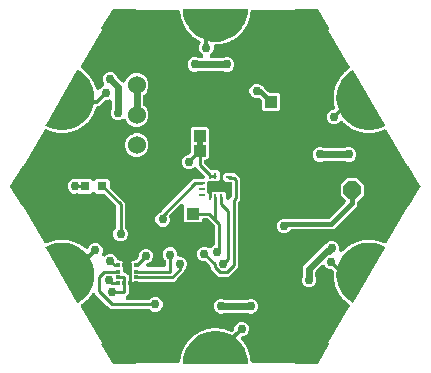
<source format=gbr>
G04 EAGLE Gerber RS-274X export*
G75*
%MOMM*%
%FSLAX34Y34*%
%LPD*%
%INTop Copper*%
%IPPOS*%
%AMOC8*
5,1,8,0,0,1.08239X$1,22.5*%
G01*
%ADD10R,0.800000X0.800000*%
%ADD11P,1.649562X8X22.500000*%
%ADD12R,1.000000X1.100000*%
%ADD13R,0.475000X0.250000*%
%ADD14R,0.250000X0.475000*%
%ADD15C,1.000000*%
%ADD16R,1.100000X1.000000*%
%ADD17R,0.350000X0.375000*%
%ADD18R,0.375000X0.350000*%
%ADD19C,1.524000*%
%ADD20C,0.254000*%
%ADD21C,0.756400*%
%ADD22C,0.508000*%
%ADD23C,0.304800*%
%ADD24C,0.609600*%
%ADD25C,0.406400*%

G36*
X278503Y190819D02*
X278503Y190819D01*
X278531Y190816D01*
X278599Y190839D01*
X278670Y190853D01*
X278693Y190869D01*
X278720Y190878D01*
X278775Y190925D01*
X278834Y190965D01*
X278849Y190989D01*
X278871Y191008D01*
X278902Y191072D01*
X278941Y191133D01*
X278946Y191161D01*
X278958Y191186D01*
X278967Y191288D01*
X278974Y191329D01*
X278972Y191339D01*
X278973Y191352D01*
X278916Y192067D01*
X314452Y192067D01*
X314595Y192081D01*
X314740Y192088D01*
X314796Y192101D01*
X314853Y192107D01*
X314990Y192149D01*
X315131Y192184D01*
X315183Y192208D01*
X315238Y192225D01*
X315365Y192294D01*
X315495Y192355D01*
X315541Y192390D01*
X315592Y192417D01*
X315703Y192509D01*
X315818Y192595D01*
X315857Y192638D01*
X315901Y192675D01*
X315991Y192787D01*
X316088Y192894D01*
X316117Y192944D01*
X316153Y192989D01*
X316220Y193116D01*
X316293Y193240D01*
X316312Y193295D01*
X316339Y193346D01*
X316379Y193484D01*
X316426Y193620D01*
X316437Y193685D01*
X316450Y193733D01*
X316457Y193816D01*
X316478Y193948D01*
X316479Y193965D01*
X316477Y194041D01*
X316485Y194117D01*
X316483Y194133D01*
X316483Y194134D01*
X316482Y194142D01*
X316472Y194242D01*
X316469Y194368D01*
X316452Y194442D01*
X316445Y194517D01*
X316408Y194637D01*
X316383Y194745D01*
X316579Y195605D01*
X316588Y195671D01*
X316602Y195762D01*
X316603Y195764D01*
X316603Y195767D01*
X316625Y195905D01*
X316691Y196790D01*
X316724Y196830D01*
X316783Y196941D01*
X316849Y197047D01*
X316877Y197118D01*
X316912Y197186D01*
X316962Y197341D01*
X316993Y197423D01*
X316999Y197459D01*
X317012Y197502D01*
X317205Y198345D01*
X317214Y198421D01*
X317233Y198495D01*
X317239Y198621D01*
X317255Y198745D01*
X317250Y198821D01*
X317253Y198897D01*
X317235Y199021D01*
X317227Y199133D01*
X317549Y199953D01*
X317567Y200017D01*
X317638Y200243D01*
X317835Y201108D01*
X317874Y201143D01*
X317949Y201244D01*
X318031Y201339D01*
X318068Y201405D01*
X318114Y201467D01*
X318185Y201613D01*
X318228Y201689D01*
X318239Y201723D01*
X318260Y201765D01*
X318576Y202570D01*
X318596Y202643D01*
X318626Y202714D01*
X318651Y202836D01*
X318685Y202957D01*
X318691Y203034D01*
X318706Y203108D01*
X318706Y203234D01*
X318714Y203345D01*
X319155Y204108D01*
X319183Y204169D01*
X319287Y204382D01*
X319611Y205208D01*
X319654Y205236D01*
X319743Y205325D01*
X319838Y205407D01*
X319885Y205467D01*
X319939Y205521D01*
X320032Y205655D01*
X320086Y205724D01*
X320102Y205756D01*
X320128Y205794D01*
X320560Y206543D01*
X320592Y206612D01*
X320632Y206678D01*
X320675Y206795D01*
X320726Y206909D01*
X320743Y206984D01*
X320770Y207056D01*
X320788Y207180D01*
X320813Y207288D01*
X321363Y207977D01*
X321399Y208034D01*
X321534Y208228D01*
X321977Y208997D01*
X322025Y209019D01*
X322126Y209093D01*
X322232Y209160D01*
X322287Y209212D01*
X322349Y209257D01*
X322461Y209377D01*
X322524Y209436D01*
X322545Y209466D01*
X322576Y209499D01*
X323115Y210175D01*
X323157Y210239D01*
X323206Y210298D01*
X323266Y210408D01*
X323334Y210513D01*
X323362Y210584D01*
X323399Y210652D01*
X323436Y210771D01*
X323477Y210875D01*
X324122Y211474D01*
X324167Y211525D01*
X324329Y211697D01*
X324882Y212391D01*
X324932Y212405D01*
X325043Y212464D01*
X325158Y212514D01*
X325221Y212558D01*
X325288Y212593D01*
X325417Y212694D01*
X325488Y212744D01*
X325513Y212770D01*
X325549Y212798D01*
X326183Y213386D01*
X326234Y213444D01*
X326291Y213494D01*
X326367Y213594D01*
X326450Y213688D01*
X326488Y213754D01*
X326534Y213815D01*
X326589Y213928D01*
X326645Y214025D01*
X327373Y214521D01*
X327424Y214564D01*
X327610Y214710D01*
X328261Y215314D01*
X328312Y215321D01*
X328430Y215362D01*
X328552Y215395D01*
X328620Y215428D01*
X328692Y215454D01*
X328834Y215534D01*
X328913Y215573D01*
X328941Y215595D01*
X328981Y215618D01*
X329695Y216105D01*
X329754Y216154D01*
X329818Y216195D01*
X329908Y216283D01*
X330004Y216363D01*
X330052Y216423D01*
X330106Y216477D01*
X330177Y216580D01*
X330247Y216667D01*
X331040Y217049D01*
X331097Y217084D01*
X331303Y217201D01*
X332037Y217701D01*
X332089Y217700D01*
X332212Y217723D01*
X332337Y217737D01*
X332410Y217761D01*
X332485Y217775D01*
X332637Y217833D01*
X332720Y217860D01*
X332751Y217877D01*
X332794Y217894D01*
X333573Y218269D01*
X333639Y218309D01*
X333708Y218340D01*
X333810Y218414D01*
X333917Y218479D01*
X333973Y218531D01*
X334035Y218575D01*
X334121Y218667D01*
X334202Y218743D01*
X335044Y219003D01*
X335106Y219029D01*
X335327Y219114D01*
X336126Y219499D01*
X336178Y219490D01*
X336303Y219495D01*
X336428Y219490D01*
X336504Y219502D01*
X336580Y219505D01*
X336740Y219540D01*
X336826Y219554D01*
X336860Y219566D01*
X336904Y219576D01*
X337731Y219831D01*
X337801Y219861D01*
X337875Y219882D01*
X337986Y219939D01*
X338102Y219987D01*
X338165Y220030D01*
X338233Y220065D01*
X338331Y220143D01*
X338423Y220206D01*
X339294Y220337D01*
X339360Y220354D01*
X339590Y220405D01*
X340438Y220666D01*
X340488Y220650D01*
X340613Y220636D01*
X340736Y220613D01*
X340812Y220614D01*
X340888Y220605D01*
X341051Y220616D01*
X341138Y220617D01*
X341173Y220624D01*
X341219Y220627D01*
X342074Y220756D01*
X342148Y220775D01*
X342224Y220785D01*
X342343Y220825D01*
X342464Y220855D01*
X342533Y220889D01*
X342606Y220913D01*
X342715Y220975D01*
X342815Y221024D01*
X343696Y221024D01*
X343763Y221030D01*
X343999Y221046D01*
X344876Y221179D01*
X344923Y221155D01*
X345044Y221123D01*
X345162Y221081D01*
X345238Y221071D01*
X345312Y221051D01*
X345475Y221037D01*
X345561Y221025D01*
X345597Y221027D01*
X345643Y221024D01*
X346507Y221024D01*
X346583Y221031D01*
X346660Y221029D01*
X346783Y221051D01*
X346908Y221064D01*
X346981Y221086D01*
X347056Y221099D01*
X347173Y221145D01*
X347280Y221178D01*
X348151Y221046D01*
X348218Y221043D01*
X348454Y221024D01*
X349341Y221024D01*
X349384Y220994D01*
X349499Y220944D01*
X349609Y220885D01*
X349683Y220863D01*
X349753Y220832D01*
X349912Y220795D01*
X349995Y220770D01*
X350031Y220767D01*
X350076Y220756D01*
X350931Y220627D01*
X351007Y220624D01*
X351082Y220610D01*
X351208Y220614D01*
X351333Y220607D01*
X351408Y220618D01*
X351485Y220620D01*
X351607Y220648D01*
X351717Y220665D01*
X352560Y220405D01*
X352626Y220391D01*
X352856Y220337D01*
X353733Y220205D01*
X353771Y220169D01*
X353877Y220102D01*
X353977Y220028D01*
X354047Y219995D01*
X354111Y219955D01*
X354263Y219894D01*
X354342Y219857D01*
X354377Y219848D01*
X354419Y219831D01*
X355246Y219576D01*
X355321Y219561D01*
X355393Y219537D01*
X355518Y219521D01*
X355640Y219496D01*
X355717Y219496D01*
X355793Y219487D01*
X355918Y219496D01*
X356029Y219496D01*
X356823Y219114D01*
X356886Y219090D01*
X357106Y219003D01*
X357954Y218741D01*
X357986Y218700D01*
X358081Y218618D01*
X358169Y218529D01*
X358233Y218487D01*
X358291Y218437D01*
X358431Y218354D01*
X358504Y218306D01*
X358537Y218292D01*
X358577Y218269D01*
X358740Y218190D01*
X358814Y218163D01*
X358885Y218127D01*
X359003Y218094D01*
X359118Y218053D01*
X359197Y218041D01*
X359273Y218019D01*
X359395Y218010D01*
X359516Y217992D01*
X359595Y217996D01*
X359675Y217990D01*
X359796Y218005D01*
X359918Y218011D01*
X359995Y218030D01*
X360074Y218040D01*
X360190Y218079D01*
X360309Y218109D01*
X360380Y218143D01*
X360456Y218169D01*
X360562Y218230D01*
X360672Y218282D01*
X360736Y218330D01*
X360805Y218370D01*
X360925Y218472D01*
X360994Y218524D01*
X361020Y218552D01*
X361058Y218584D01*
X361636Y219163D01*
X361653Y219184D01*
X361674Y219201D01*
X361781Y219339D01*
X361891Y219475D01*
X361904Y219498D01*
X361920Y219519D01*
X361998Y219676D01*
X362080Y219830D01*
X362088Y219856D01*
X362100Y219880D01*
X362145Y220049D01*
X362195Y220216D01*
X362197Y220243D01*
X362204Y220269D01*
X362231Y220599D01*
X362231Y221870D01*
X363155Y224100D01*
X364862Y225807D01*
X367093Y226731D01*
X369507Y226731D01*
X371738Y225807D01*
X373445Y224100D01*
X374369Y221870D01*
X374369Y219455D01*
X373445Y217225D01*
X371738Y215518D01*
X369368Y214536D01*
X369349Y214533D01*
X369204Y214481D01*
X369056Y214436D01*
X369014Y214413D01*
X368970Y214397D01*
X368838Y214318D01*
X368702Y214244D01*
X368666Y214214D01*
X368625Y214190D01*
X368511Y214085D01*
X368392Y213986D01*
X368363Y213950D01*
X368328Y213918D01*
X368237Y213793D01*
X368140Y213672D01*
X368118Y213631D01*
X368091Y213593D01*
X368026Y213452D01*
X367955Y213315D01*
X367942Y213270D01*
X367922Y213227D01*
X367886Y213077D01*
X367843Y212928D01*
X367839Y212881D01*
X367828Y212836D01*
X367823Y212681D01*
X367810Y212527D01*
X367816Y212480D01*
X367814Y212433D01*
X367839Y212281D01*
X367857Y212127D01*
X367872Y212082D01*
X367879Y212036D01*
X367934Y211891D01*
X367982Y211744D01*
X368005Y211703D01*
X368022Y211659D01*
X368104Y211528D01*
X368180Y211394D01*
X368211Y211358D01*
X368236Y211318D01*
X368404Y211134D01*
X368443Y211089D01*
X368451Y211083D01*
X368460Y211073D01*
X368678Y210871D01*
X368689Y210820D01*
X368739Y210705D01*
X368780Y210587D01*
X368819Y210521D01*
X368850Y210451D01*
X368941Y210315D01*
X368985Y210240D01*
X369009Y210213D01*
X369035Y210175D01*
X369574Y209499D01*
X369627Y209444D01*
X369673Y209383D01*
X369767Y209301D01*
X369855Y209211D01*
X369918Y209168D01*
X369975Y209117D01*
X370084Y209054D01*
X370176Y208991D01*
X370616Y208228D01*
X370656Y208174D01*
X370787Y207977D01*
X371341Y207284D01*
X371344Y207231D01*
X371376Y207110D01*
X371399Y206987D01*
X371428Y206916D01*
X371448Y206842D01*
X371518Y206695D01*
X371550Y206614D01*
X371570Y206584D01*
X371590Y206543D01*
X372022Y205794D01*
X372067Y205731D01*
X372103Y205664D01*
X372184Y205569D01*
X372257Y205467D01*
X372313Y205415D01*
X372362Y205356D01*
X372460Y205278D01*
X372541Y205202D01*
X372863Y204382D01*
X372894Y204322D01*
X372995Y204108D01*
X373439Y203340D01*
X373434Y203288D01*
X373448Y203163D01*
X373453Y203038D01*
X373470Y202963D01*
X373479Y202887D01*
X373526Y202731D01*
X373546Y202646D01*
X373561Y202614D01*
X373574Y202570D01*
X373890Y201765D01*
X373925Y201697D01*
X373951Y201625D01*
X374017Y201518D01*
X374074Y201406D01*
X374122Y201346D01*
X374161Y201281D01*
X374246Y201190D01*
X374316Y201102D01*
X374512Y200243D01*
X374533Y200179D01*
X374601Y199953D01*
X374926Y199127D01*
X374913Y199076D01*
X374909Y198951D01*
X374894Y198826D01*
X374901Y198750D01*
X374898Y198674D01*
X374921Y198512D01*
X374929Y198425D01*
X374939Y198391D01*
X374945Y198345D01*
X375138Y197502D01*
X375162Y197430D01*
X375177Y197355D01*
X375226Y197239D01*
X375266Y197121D01*
X375304Y197054D01*
X375333Y196984D01*
X375404Y196880D01*
X375460Y196784D01*
X375525Y195905D01*
X375537Y195839D01*
X375571Y195605D01*
X375768Y194740D01*
X375749Y194693D01*
X375725Y194569D01*
X375692Y194447D01*
X375688Y194372D01*
X375673Y194297D01*
X375672Y194133D01*
X375670Y194107D01*
X375667Y194063D01*
X375667Y194059D01*
X375666Y194045D01*
X375671Y194010D01*
X375671Y193965D01*
X375672Y193948D01*
X375697Y193806D01*
X375714Y193663D01*
X375732Y193608D01*
X375742Y193551D01*
X375794Y193417D01*
X375839Y193280D01*
X375867Y193230D01*
X375888Y193176D01*
X375966Y193055D01*
X376036Y192930D01*
X376074Y192886D01*
X376105Y192838D01*
X376206Y192734D01*
X376300Y192625D01*
X376345Y192590D01*
X376385Y192548D01*
X376504Y192466D01*
X376618Y192378D01*
X376669Y192353D01*
X376717Y192320D01*
X376849Y192263D01*
X376978Y192199D01*
X377034Y192184D01*
X377087Y192161D01*
X377228Y192132D01*
X377367Y192094D01*
X377433Y192089D01*
X377481Y192079D01*
X377564Y192078D01*
X377698Y192067D01*
X413234Y192067D01*
X413177Y191352D01*
X413181Y191324D01*
X413176Y191296D01*
X413193Y191226D01*
X413201Y191155D01*
X413216Y191130D01*
X413222Y191103D01*
X413265Y191045D01*
X413301Y190982D01*
X413323Y190965D01*
X413340Y190942D01*
X413402Y190906D01*
X413459Y190862D01*
X413487Y190855D01*
X413511Y190841D01*
X413611Y190824D01*
X413652Y190814D01*
X413662Y190815D01*
X413675Y190813D01*
X432675Y190813D01*
X432751Y190829D01*
X432829Y190837D01*
X432848Y190848D01*
X432870Y190853D01*
X432934Y190897D01*
X433002Y190935D01*
X433018Y190954D01*
X433034Y190965D01*
X433058Y191003D01*
X433108Y191063D01*
X442608Y207563D01*
X442617Y207591D01*
X442633Y207614D01*
X442648Y207684D01*
X442671Y207752D01*
X442668Y207781D01*
X442674Y207809D01*
X442661Y207879D01*
X442655Y207950D01*
X442642Y207976D01*
X442636Y208004D01*
X442596Y208063D01*
X442563Y208127D01*
X442541Y208145D01*
X442525Y208169D01*
X442442Y208226D01*
X442410Y208253D01*
X442399Y208256D01*
X442389Y208264D01*
X441761Y208560D01*
X459503Y239290D01*
X459562Y239423D01*
X459629Y239551D01*
X459645Y239606D01*
X459669Y239657D01*
X459701Y239799D01*
X459741Y239938D01*
X459746Y239994D01*
X459759Y240050D01*
X459763Y240195D01*
X459775Y240339D01*
X459768Y240395D01*
X459770Y240452D01*
X459745Y240595D01*
X459728Y240739D01*
X459711Y240793D01*
X459701Y240849D01*
X459649Y240984D01*
X459604Y241122D01*
X459576Y241172D01*
X459556Y241224D01*
X459478Y241346D01*
X459406Y241473D01*
X459369Y241516D01*
X459339Y241564D01*
X459238Y241668D01*
X459144Y241778D01*
X459097Y241816D01*
X459077Y241837D01*
X459072Y241840D01*
X459059Y241854D01*
X458991Y241901D01*
X458885Y241986D01*
X458877Y241992D01*
X458811Y242028D01*
X458750Y242071D01*
X458735Y242078D01*
X458728Y242083D01*
X458652Y242116D01*
X458635Y242123D01*
X458523Y242184D01*
X458452Y242206D01*
X458383Y242237D01*
X458259Y242265D01*
X458155Y242298D01*
X457508Y242897D01*
X457455Y242938D01*
X457271Y243086D01*
X456537Y243586D01*
X456519Y243635D01*
X456452Y243741D01*
X456394Y243852D01*
X456346Y243911D01*
X456305Y243976D01*
X456195Y244096D01*
X456140Y244164D01*
X456112Y244187D01*
X456081Y244220D01*
X455445Y244810D01*
X455384Y244856D01*
X455329Y244910D01*
X455224Y244977D01*
X455124Y245053D01*
X455055Y245086D01*
X454991Y245128D01*
X454875Y245174D01*
X454774Y245222D01*
X454225Y245911D01*
X454178Y245959D01*
X454018Y246133D01*
X453367Y246737D01*
X453356Y246788D01*
X453306Y246903D01*
X453265Y247021D01*
X453226Y247087D01*
X453195Y247157D01*
X453104Y247292D01*
X453060Y247367D01*
X453036Y247394D01*
X453010Y247432D01*
X452470Y248110D01*
X452416Y248165D01*
X452370Y248226D01*
X452276Y248309D01*
X452189Y248398D01*
X452126Y248441D01*
X452068Y248492D01*
X451959Y248555D01*
X451868Y248618D01*
X451427Y249380D01*
X451388Y249435D01*
X451256Y249631D01*
X450702Y250325D01*
X450699Y250377D01*
X450667Y250498D01*
X450643Y250621D01*
X450615Y250692D01*
X450595Y250766D01*
X450525Y250914D01*
X450492Y250994D01*
X450473Y251024D01*
X450453Y251066D01*
X450019Y251816D01*
X449975Y251879D01*
X449938Y251946D01*
X449857Y252042D01*
X449784Y252143D01*
X449728Y252195D01*
X449679Y252254D01*
X449581Y252332D01*
X449500Y252408D01*
X449177Y253228D01*
X449147Y253288D01*
X449045Y253502D01*
X448602Y254270D01*
X448606Y254322D01*
X448592Y254446D01*
X448588Y254572D01*
X448570Y254646D01*
X448561Y254722D01*
X448514Y254878D01*
X448494Y254963D01*
X448479Y254996D01*
X448466Y255040D01*
X448149Y255847D01*
X448114Y255915D01*
X448088Y255987D01*
X448022Y256094D01*
X447965Y256205D01*
X447917Y256265D01*
X447877Y256330D01*
X447792Y256422D01*
X447723Y256509D01*
X447527Y257368D01*
X447505Y257432D01*
X447437Y257658D01*
X447113Y258484D01*
X447125Y258535D01*
X447130Y258660D01*
X447144Y258785D01*
X447137Y258861D01*
X447140Y258938D01*
X447117Y259099D01*
X447109Y259186D01*
X447099Y259220D01*
X447093Y259266D01*
X446900Y260111D01*
X446875Y260184D01*
X446860Y260259D01*
X446811Y260374D01*
X446771Y260493D01*
X446733Y260559D01*
X446704Y260630D01*
X446633Y260733D01*
X446577Y260830D01*
X446511Y261708D01*
X446500Y261775D01*
X446466Y262009D01*
X446268Y262874D01*
X446288Y262922D01*
X446311Y263045D01*
X446344Y263166D01*
X446349Y263242D01*
X446363Y263318D01*
X446364Y263481D01*
X446370Y263568D01*
X446365Y263603D01*
X446365Y263649D01*
X446300Y264514D01*
X446287Y264589D01*
X446283Y264666D01*
X446252Y264787D01*
X446230Y264910D01*
X446202Y264982D01*
X446183Y265056D01*
X446129Y265168D01*
X446089Y265272D01*
X446154Y266151D01*
X446152Y266218D01*
X446154Y266455D01*
X446087Y267340D01*
X446114Y267384D01*
X446156Y267503D01*
X446206Y267617D01*
X446222Y267692D01*
X446247Y267764D01*
X446273Y267925D01*
X446291Y268011D01*
X446292Y268047D01*
X446299Y268092D01*
X446352Y268802D01*
X446349Y268904D01*
X446357Y269006D01*
X446344Y269105D01*
X446342Y269204D01*
X446319Y269304D01*
X446306Y269406D01*
X446275Y269500D01*
X446253Y269597D01*
X446211Y269690D01*
X446178Y269787D01*
X446129Y269873D01*
X446088Y269964D01*
X446028Y270047D01*
X445977Y270136D01*
X445900Y270228D01*
X445854Y270292D01*
X445812Y270330D01*
X445763Y270389D01*
X445411Y270741D01*
X445390Y270758D01*
X445373Y270778D01*
X445235Y270885D01*
X445099Y270996D01*
X445076Y271008D01*
X445055Y271025D01*
X444898Y271103D01*
X444744Y271185D01*
X444718Y271192D01*
X444694Y271204D01*
X444525Y271250D01*
X444358Y271299D01*
X444331Y271302D01*
X444305Y271309D01*
X443974Y271336D01*
X442929Y271336D01*
X440699Y272260D01*
X438930Y274028D01*
X438899Y274087D01*
X438890Y274097D01*
X438883Y274109D01*
X438762Y274252D01*
X438642Y274397D01*
X438632Y274406D01*
X438623Y274416D01*
X438476Y274532D01*
X438330Y274651D01*
X438318Y274658D01*
X438307Y274666D01*
X438140Y274751D01*
X437973Y274838D01*
X437960Y274842D01*
X437948Y274848D01*
X437767Y274899D01*
X437587Y274951D01*
X437573Y274953D01*
X437560Y274956D01*
X437372Y274970D01*
X437186Y274986D01*
X437172Y274985D01*
X437159Y274986D01*
X436971Y274962D01*
X436786Y274941D01*
X436773Y274937D01*
X436759Y274935D01*
X436580Y274875D01*
X436402Y274818D01*
X436390Y274811D01*
X436378Y274807D01*
X436214Y274713D01*
X436051Y274622D01*
X436040Y274613D01*
X436029Y274606D01*
X435776Y274391D01*
X431380Y269995D01*
X431363Y269975D01*
X431342Y269957D01*
X431236Y269820D01*
X431125Y269684D01*
X431112Y269660D01*
X431096Y269639D01*
X431018Y269483D01*
X430936Y269328D01*
X430928Y269303D01*
X430916Y269279D01*
X430871Y269110D01*
X430821Y268942D01*
X430819Y268916D01*
X430812Y268890D01*
X430785Y268559D01*
X430785Y265321D01*
X430788Y265290D01*
X430786Y265258D01*
X430808Y265089D01*
X430825Y264920D01*
X430834Y264890D01*
X430838Y264859D01*
X430939Y264543D01*
X431519Y263145D01*
X431519Y260730D01*
X430595Y258500D01*
X428888Y256793D01*
X426657Y255869D01*
X424243Y255869D01*
X422012Y256793D01*
X420305Y258500D01*
X419381Y260730D01*
X419381Y263145D01*
X419961Y264543D01*
X419970Y264573D01*
X419984Y264601D01*
X420028Y264766D01*
X420077Y264929D01*
X420080Y264960D01*
X420088Y264990D01*
X420115Y265321D01*
X420115Y272671D01*
X420927Y274632D01*
X437338Y291043D01*
X438336Y291456D01*
X438360Y291469D01*
X438385Y291477D01*
X438537Y291564D01*
X438691Y291646D01*
X438711Y291663D01*
X438735Y291677D01*
X438867Y291792D01*
X439001Y291903D01*
X439018Y291924D01*
X439038Y291941D01*
X439145Y292080D01*
X439255Y292215D01*
X439267Y292239D01*
X439284Y292261D01*
X439316Y292323D01*
X441062Y294070D01*
X443293Y294994D01*
X445707Y294994D01*
X447938Y294070D01*
X449645Y292363D01*
X450569Y290132D01*
X450569Y287945D01*
X450586Y287772D01*
X450598Y287600D01*
X450606Y287572D01*
X450609Y287544D01*
X450659Y287379D01*
X450706Y287212D01*
X450718Y287186D01*
X450727Y287159D01*
X450809Y287007D01*
X450887Y286853D01*
X450905Y286830D01*
X450919Y286805D01*
X451029Y286673D01*
X451136Y286536D01*
X451158Y286518D01*
X451176Y286496D01*
X451311Y286388D01*
X451443Y286275D01*
X451468Y286261D01*
X451490Y286244D01*
X451644Y286164D01*
X451795Y286080D01*
X451822Y286071D01*
X451847Y286058D01*
X452014Y286010D01*
X452179Y285958D01*
X452207Y285955D01*
X452234Y285947D01*
X452407Y285933D01*
X452579Y285914D01*
X452607Y285916D01*
X452636Y285914D01*
X452807Y285934D01*
X452980Y285949D01*
X453007Y285957D01*
X453035Y285961D01*
X453200Y286015D01*
X453366Y286064D01*
X453391Y286077D01*
X453418Y286086D01*
X453569Y286171D01*
X453722Y286252D01*
X453747Y286271D01*
X453769Y286284D01*
X453833Y286339D01*
X453983Y286457D01*
X454006Y286478D01*
X454042Y286520D01*
X454073Y286547D01*
X454104Y286585D01*
X454211Y286700D01*
X454764Y287394D01*
X454814Y287409D01*
X454925Y287467D01*
X455040Y287517D01*
X455103Y287561D01*
X455171Y287597D01*
X455299Y287698D01*
X455370Y287748D01*
X455395Y287773D01*
X455431Y287802D01*
X456067Y288392D01*
X456117Y288449D01*
X456175Y288500D01*
X456250Y288600D01*
X456333Y288694D01*
X456371Y288760D01*
X456418Y288821D01*
X456472Y288934D01*
X456528Y289030D01*
X457256Y289527D01*
X457308Y289570D01*
X457493Y289716D01*
X458143Y290320D01*
X458195Y290327D01*
X458314Y290368D01*
X458434Y290401D01*
X458503Y290435D01*
X458575Y290460D01*
X458717Y290541D01*
X458795Y290579D01*
X458824Y290601D01*
X458864Y290624D01*
X459580Y291112D01*
X459639Y291162D01*
X459703Y291203D01*
X459792Y291291D01*
X459888Y291371D01*
X459936Y291431D01*
X459991Y291484D01*
X460062Y291588D01*
X460131Y291675D01*
X460925Y292057D01*
X460982Y292093D01*
X461188Y292209D01*
X461921Y292709D01*
X461973Y292709D01*
X462096Y292732D01*
X462221Y292746D01*
X462293Y292769D01*
X462369Y292783D01*
X462521Y292842D01*
X462604Y292869D01*
X462635Y292886D01*
X462678Y292903D01*
X463459Y293279D01*
X463524Y293319D01*
X463594Y293350D01*
X463696Y293424D01*
X463803Y293489D01*
X463859Y293541D01*
X463921Y293585D01*
X464006Y293677D01*
X464088Y293753D01*
X464930Y294013D01*
X464992Y294039D01*
X465213Y294124D01*
X466012Y294509D01*
X466063Y294501D01*
X466189Y294505D01*
X466314Y294501D01*
X466389Y294513D01*
X466466Y294516D01*
X466625Y294551D01*
X466711Y294565D01*
X466745Y294577D01*
X466790Y294587D01*
X467618Y294843D01*
X467689Y294873D01*
X467762Y294894D01*
X467874Y294951D01*
X467989Y294999D01*
X468052Y295042D01*
X468121Y295077D01*
X468218Y295155D01*
X468311Y295218D01*
X469182Y295350D01*
X469247Y295366D01*
X469478Y295417D01*
X470326Y295679D01*
X470376Y295663D01*
X470500Y295649D01*
X470623Y295626D01*
X470699Y295627D01*
X470776Y295618D01*
X470938Y295629D01*
X471025Y295630D01*
X471061Y295637D01*
X471107Y295640D01*
X471964Y295770D01*
X472038Y295789D01*
X472114Y295798D01*
X472232Y295838D01*
X472354Y295869D01*
X472423Y295902D01*
X472495Y295927D01*
X472604Y295989D01*
X472704Y296038D01*
X473586Y296038D01*
X473652Y296045D01*
X473888Y296061D01*
X474766Y296193D01*
X474812Y296170D01*
X474933Y296138D01*
X475052Y296096D01*
X475127Y296085D01*
X475201Y296066D01*
X475364Y296052D01*
X475450Y296040D01*
X475486Y296042D01*
X475532Y296039D01*
X476399Y296039D01*
X476475Y296046D01*
X476552Y296045D01*
X476675Y296066D01*
X476799Y296079D01*
X476873Y296101D01*
X476948Y296115D01*
X477065Y296160D01*
X477171Y296193D01*
X478043Y296062D01*
X478110Y296059D01*
X478345Y296039D01*
X479233Y296040D01*
X479275Y296010D01*
X479390Y295960D01*
X479501Y295901D01*
X479574Y295879D01*
X479644Y295849D01*
X479803Y295811D01*
X479887Y295786D01*
X479923Y295783D01*
X479967Y295773D01*
X480825Y295644D01*
X480901Y295640D01*
X480976Y295627D01*
X481102Y295630D01*
X481227Y295623D01*
X481302Y295635D01*
X481379Y295637D01*
X481501Y295665D01*
X481611Y295681D01*
X482453Y295422D01*
X482519Y295408D01*
X482749Y295354D01*
X483627Y295222D01*
X483665Y295186D01*
X483771Y295119D01*
X483871Y295045D01*
X483941Y295012D01*
X484006Y294972D01*
X484157Y294911D01*
X484236Y294874D01*
X484271Y294866D01*
X484314Y294848D01*
X485142Y294593D01*
X485217Y294578D01*
X485290Y294554D01*
X485414Y294538D01*
X485537Y294513D01*
X485613Y294513D01*
X485689Y294504D01*
X485814Y294513D01*
X485926Y294513D01*
X486720Y294131D01*
X486782Y294108D01*
X487002Y294020D01*
X487850Y293759D01*
X487883Y293717D01*
X487977Y293636D01*
X488066Y293547D01*
X488130Y293504D01*
X488188Y293454D01*
X488328Y293372D01*
X488401Y293324D01*
X488434Y293310D01*
X488475Y293286D01*
X488501Y293274D01*
X488635Y293225D01*
X488766Y293169D01*
X488824Y293156D01*
X488879Y293136D01*
X489020Y293115D01*
X489160Y293085D01*
X489219Y293085D01*
X489277Y293076D01*
X489420Y293083D01*
X489562Y293081D01*
X489621Y293093D01*
X489680Y293095D01*
X489818Y293130D01*
X489958Y293157D01*
X490013Y293179D01*
X490070Y293194D01*
X490199Y293255D01*
X490331Y293309D01*
X490380Y293342D01*
X490433Y293367D01*
X490547Y293453D01*
X490666Y293532D01*
X490708Y293574D01*
X490755Y293609D01*
X490850Y293715D01*
X490951Y293816D01*
X490990Y293872D01*
X491023Y293910D01*
X491065Y293981D01*
X491140Y294089D01*
X508883Y324822D01*
X509491Y324402D01*
X509518Y324390D01*
X509540Y324372D01*
X509609Y324352D01*
X509674Y324324D01*
X509703Y324323D01*
X509731Y324315D01*
X509802Y324323D01*
X509873Y324323D01*
X509900Y324334D01*
X509929Y324337D01*
X509991Y324373D01*
X510056Y324400D01*
X510077Y324421D01*
X510102Y324435D01*
X510165Y324512D01*
X510195Y324543D01*
X510199Y324553D01*
X510208Y324563D01*
X519708Y341063D01*
X519718Y341095D01*
X519727Y341108D01*
X519731Y341133D01*
X519732Y341136D01*
X519763Y341207D01*
X519763Y341230D01*
X519771Y341252D01*
X519765Y341329D01*
X519766Y341406D01*
X519756Y341430D01*
X519755Y341450D01*
X519734Y341490D01*
X519708Y341562D01*
X510208Y358062D01*
X510189Y358083D01*
X510176Y358110D01*
X510123Y358157D01*
X510076Y358211D01*
X510050Y358223D01*
X510029Y358243D01*
X509961Y358266D01*
X509897Y358297D01*
X509868Y358298D01*
X509841Y358307D01*
X509769Y358303D01*
X509698Y358306D01*
X509671Y358296D01*
X509642Y358294D01*
X509552Y358251D01*
X509512Y358237D01*
X509504Y358229D01*
X509491Y358223D01*
X508883Y357803D01*
X491140Y388536D01*
X491057Y388652D01*
X490980Y388772D01*
X490939Y388815D01*
X490905Y388863D01*
X490801Y388960D01*
X490702Y389063D01*
X490654Y389097D01*
X490610Y389137D01*
X490489Y389212D01*
X490372Y389293D01*
X490318Y389317D01*
X490267Y389348D01*
X490133Y389397D01*
X490003Y389454D01*
X489945Y389467D01*
X489889Y389487D01*
X489749Y389509D01*
X489609Y389539D01*
X489550Y389540D01*
X489491Y389549D01*
X489349Y389542D01*
X489207Y389544D01*
X489148Y389533D01*
X489089Y389531D01*
X488951Y389496D01*
X488811Y389470D01*
X488748Y389446D01*
X488698Y389434D01*
X488624Y389398D01*
X488501Y389351D01*
X488475Y389339D01*
X488409Y389298D01*
X488338Y389267D01*
X488237Y389194D01*
X488131Y389129D01*
X488074Y389077D01*
X488011Y389032D01*
X487927Y388940D01*
X487844Y388864D01*
X487002Y388605D01*
X486941Y388579D01*
X486720Y388494D01*
X485920Y388109D01*
X485869Y388118D01*
X485743Y388113D01*
X485618Y388118D01*
X485543Y388106D01*
X485466Y388103D01*
X485307Y388068D01*
X485221Y388054D01*
X485187Y388042D01*
X485142Y388032D01*
X484314Y387777D01*
X484243Y387747D01*
X484169Y387726D01*
X484058Y387669D01*
X483943Y387620D01*
X483879Y387577D01*
X483811Y387543D01*
X483713Y387465D01*
X483621Y387402D01*
X482749Y387271D01*
X482685Y387254D01*
X482453Y387203D01*
X481605Y386942D01*
X481556Y386958D01*
X481431Y386972D01*
X481308Y386996D01*
X481232Y386995D01*
X481156Y387004D01*
X480993Y386993D01*
X480906Y386992D01*
X480871Y386984D01*
X480825Y386981D01*
X479967Y386852D01*
X479893Y386834D01*
X479817Y386824D01*
X479699Y386784D01*
X479577Y386753D01*
X479508Y386720D01*
X479436Y386696D01*
X479327Y386633D01*
X479227Y386585D01*
X478345Y386586D01*
X478278Y386579D01*
X478043Y386563D01*
X477165Y386431D01*
X477118Y386454D01*
X476998Y386487D01*
X476879Y386528D01*
X476803Y386539D01*
X476730Y386559D01*
X476567Y386572D01*
X476481Y386585D01*
X476445Y386582D01*
X476399Y386586D01*
X475532Y386586D01*
X475456Y386579D01*
X475379Y386581D01*
X475256Y386559D01*
X475131Y386547D01*
X475058Y386524D01*
X474983Y386511D01*
X474866Y386465D01*
X474760Y386433D01*
X473888Y386564D01*
X473821Y386568D01*
X473586Y386587D01*
X472698Y386587D01*
X472655Y386617D01*
X472541Y386668D01*
X472430Y386726D01*
X472357Y386748D01*
X472287Y386779D01*
X472128Y386816D01*
X472044Y386841D01*
X472008Y386844D01*
X471964Y386855D01*
X471107Y386984D01*
X471030Y386988D01*
X470955Y387002D01*
X470829Y386999D01*
X470704Y387005D01*
X470629Y386994D01*
X470552Y386992D01*
X470430Y386964D01*
X470320Y386948D01*
X469478Y387208D01*
X469412Y387221D01*
X469182Y387275D01*
X468305Y387408D01*
X468267Y387444D01*
X468161Y387510D01*
X468060Y387585D01*
X467991Y387618D01*
X467926Y387658D01*
X467775Y387719D01*
X467696Y387756D01*
X467661Y387765D01*
X467618Y387782D01*
X466790Y388038D01*
X466715Y388053D01*
X466642Y388077D01*
X466518Y388093D01*
X466395Y388118D01*
X466319Y388118D01*
X466243Y388127D01*
X466118Y388118D01*
X466006Y388118D01*
X465213Y388501D01*
X465149Y388524D01*
X464930Y388612D01*
X464082Y388874D01*
X464050Y388915D01*
X463955Y388997D01*
X463867Y389086D01*
X463803Y389128D01*
X463745Y389178D01*
X463605Y389261D01*
X463532Y389309D01*
X463499Y389323D01*
X463459Y389346D01*
X462678Y389722D01*
X462607Y389749D01*
X462538Y389784D01*
X462418Y389818D01*
X462300Y389860D01*
X462224Y389872D01*
X462151Y389893D01*
X462026Y389902D01*
X461916Y389919D01*
X461188Y390416D01*
X461128Y390448D01*
X460925Y390568D01*
X460126Y390953D01*
X460100Y390998D01*
X460018Y391094D01*
X459944Y391194D01*
X459888Y391246D01*
X459838Y391304D01*
X459711Y391407D01*
X459646Y391465D01*
X459616Y391484D01*
X459580Y391513D01*
X458864Y392001D01*
X458796Y392038D01*
X458734Y392082D01*
X458621Y392134D01*
X458510Y392194D01*
X458437Y392217D01*
X458368Y392248D01*
X458245Y392276D01*
X458139Y392309D01*
X457493Y392909D01*
X457440Y392949D01*
X457256Y393098D01*
X456523Y393598D01*
X456504Y393647D01*
X456438Y393753D01*
X456380Y393864D01*
X456331Y393923D01*
X456291Y393988D01*
X456180Y394109D01*
X456125Y394176D01*
X456098Y394199D01*
X456067Y394233D01*
X455431Y394823D01*
X455370Y394869D01*
X455316Y394923D01*
X455211Y394991D01*
X455111Y395066D01*
X455042Y395100D01*
X454978Y395141D01*
X454861Y395187D01*
X454761Y395236D01*
X454211Y395925D01*
X454165Y395973D01*
X454005Y396147D01*
X453962Y396188D01*
X453938Y396206D01*
X453931Y396213D01*
X453904Y396232D01*
X453818Y396297D01*
X453675Y396410D01*
X453657Y396419D01*
X453641Y396431D01*
X453478Y396510D01*
X453316Y396592D01*
X453297Y396597D01*
X453279Y396606D01*
X453103Y396651D01*
X452928Y396700D01*
X452908Y396702D01*
X452889Y396707D01*
X452708Y396716D01*
X452526Y396729D01*
X452507Y396727D01*
X452487Y396728D01*
X452307Y396702D01*
X452127Y396679D01*
X452108Y396673D01*
X452088Y396670D01*
X451917Y396608D01*
X451745Y396551D01*
X451728Y396541D01*
X451709Y396534D01*
X451554Y396441D01*
X451396Y396350D01*
X451379Y396336D01*
X451364Y396326D01*
X451308Y396275D01*
X451143Y396135D01*
X449719Y394711D01*
X447489Y393787D01*
X445074Y393787D01*
X442844Y394711D01*
X441137Y396418D01*
X440213Y398649D01*
X440213Y401063D01*
X441137Y403294D01*
X442844Y405001D01*
X445074Y405925D01*
X445140Y405925D01*
X445333Y405944D01*
X445529Y405962D01*
X445535Y405964D01*
X445541Y405965D01*
X445727Y406022D01*
X445915Y406078D01*
X445920Y406081D01*
X445926Y406083D01*
X446096Y406175D01*
X446270Y406268D01*
X446275Y406272D01*
X446280Y406274D01*
X446427Y406397D01*
X446581Y406524D01*
X446584Y406528D01*
X446589Y406532D01*
X446710Y406683D01*
X446835Y406836D01*
X446838Y406841D01*
X446841Y406846D01*
X446930Y407018D01*
X447022Y407192D01*
X447024Y407198D01*
X447027Y407203D01*
X447080Y407387D01*
X447136Y407578D01*
X447137Y407584D01*
X447138Y407590D01*
X447154Y407783D01*
X447171Y407979D01*
X447171Y407985D01*
X447171Y407991D01*
X447149Y408184D01*
X447127Y408380D01*
X447125Y408386D01*
X447124Y408391D01*
X447112Y408429D01*
X447100Y408467D01*
X447102Y408479D01*
X447120Y408554D01*
X447125Y408679D01*
X447139Y408803D01*
X447132Y408880D01*
X447135Y408956D01*
X447112Y409117D01*
X447105Y409205D01*
X447095Y409239D01*
X447088Y409285D01*
X446896Y410130D01*
X446871Y410202D01*
X446856Y410277D01*
X446807Y410393D01*
X446768Y410511D01*
X446730Y410578D01*
X446700Y410648D01*
X446629Y410752D01*
X446574Y410849D01*
X446508Y411727D01*
X446497Y411794D01*
X446463Y412028D01*
X446266Y412893D01*
X446286Y412941D01*
X446309Y413064D01*
X446342Y413185D01*
X446347Y413261D01*
X446361Y413337D01*
X446362Y413500D01*
X446368Y413587D01*
X446363Y413622D01*
X446363Y413668D01*
X446299Y414533D01*
X446286Y414608D01*
X446282Y414685D01*
X446251Y414806D01*
X446229Y414929D01*
X446202Y415001D01*
X446183Y415075D01*
X446128Y415188D01*
X446088Y415292D01*
X446154Y416170D01*
X446152Y416238D01*
X446154Y416474D01*
X446088Y417359D01*
X446115Y417404D01*
X446156Y417522D01*
X446207Y417637D01*
X446223Y417711D01*
X446248Y417783D01*
X446274Y417945D01*
X446292Y418030D01*
X446293Y418066D01*
X446300Y418111D01*
X446365Y418976D01*
X446363Y419052D01*
X446371Y419128D01*
X446359Y419253D01*
X446355Y419378D01*
X446339Y419453D01*
X446331Y419529D01*
X446294Y419649D01*
X446270Y419757D01*
X446466Y420616D01*
X446474Y420683D01*
X446511Y420917D01*
X446578Y421802D01*
X446611Y421842D01*
X446670Y421953D01*
X446736Y422059D01*
X446764Y422130D01*
X446799Y422198D01*
X446849Y422353D01*
X446880Y422435D01*
X446886Y422470D01*
X446900Y422514D01*
X447093Y423359D01*
X447102Y423435D01*
X447121Y423509D01*
X447128Y423634D01*
X447143Y423758D01*
X447138Y423835D01*
X447141Y423911D01*
X447123Y424035D01*
X447115Y424146D01*
X447437Y424967D01*
X447455Y425031D01*
X447527Y425257D01*
X447724Y426122D01*
X447763Y426157D01*
X447838Y426257D01*
X447919Y426352D01*
X447957Y426419D01*
X448003Y426480D01*
X448074Y426627D01*
X448117Y426703D01*
X448128Y426737D01*
X448149Y426778D01*
X448466Y427585D01*
X448486Y427659D01*
X448516Y427729D01*
X448541Y427852D01*
X448575Y427972D01*
X448581Y428049D01*
X448596Y428124D01*
X448596Y428249D01*
X448605Y428360D01*
X449045Y429123D01*
X449073Y429184D01*
X449177Y429397D01*
X449502Y430223D01*
X449545Y430251D01*
X449634Y430340D01*
X449729Y430421D01*
X449776Y430482D01*
X449830Y430536D01*
X449923Y430670D01*
X449977Y430739D01*
X449993Y430771D01*
X450019Y430809D01*
X450453Y431559D01*
X450484Y431629D01*
X450524Y431694D01*
X450567Y431812D01*
X450619Y431926D01*
X450636Y432000D01*
X450662Y432072D01*
X450681Y432196D01*
X450706Y432305D01*
X451256Y432994D01*
X451292Y433050D01*
X451427Y433245D01*
X451871Y434013D01*
X451918Y434035D01*
X452019Y434109D01*
X452125Y434176D01*
X452181Y434228D01*
X452242Y434274D01*
X452342Y434379D01*
X452359Y434394D01*
X452370Y434407D01*
X452418Y434452D01*
X452438Y434482D01*
X452470Y434515D01*
X453010Y435193D01*
X453052Y435257D01*
X453101Y435316D01*
X453161Y435425D01*
X453229Y435531D01*
X453257Y435602D01*
X453294Y435669D01*
X453331Y435789D01*
X453372Y435893D01*
X454018Y436492D01*
X454062Y436542D01*
X454225Y436714D01*
X454778Y437408D01*
X454828Y437422D01*
X454939Y437481D01*
X455054Y437531D01*
X455117Y437574D01*
X455184Y437610D01*
X455313Y437711D01*
X455384Y437761D01*
X455409Y437787D01*
X455445Y437815D01*
X456081Y438405D01*
X456107Y438434D01*
X456133Y438456D01*
X456154Y438481D01*
X456189Y438513D01*
X456265Y438612D01*
X456348Y438706D01*
X456381Y438764D01*
X456386Y438770D01*
X456389Y438777D01*
X456432Y438833D01*
X456487Y438946D01*
X456543Y439043D01*
X457271Y439539D01*
X457322Y439582D01*
X457508Y439728D01*
X458159Y440332D01*
X458213Y440339D01*
X458330Y440380D01*
X458450Y440412D01*
X458520Y440446D01*
X458593Y440472D01*
X458725Y440547D01*
X458790Y440578D01*
X458797Y440583D01*
X458811Y440590D01*
X458840Y440613D01*
X458882Y440636D01*
X458890Y440642D01*
X458999Y440733D01*
X459113Y440818D01*
X459126Y440833D01*
X459130Y440836D01*
X459153Y440863D01*
X459198Y440901D01*
X459287Y441012D01*
X459382Y441118D01*
X459412Y441169D01*
X459449Y441216D01*
X459514Y441342D01*
X459587Y441465D01*
X459606Y441521D01*
X459633Y441574D01*
X459672Y441711D01*
X459719Y441845D01*
X459727Y441904D01*
X459743Y441961D01*
X459754Y442103D01*
X459774Y442244D01*
X459770Y442303D01*
X459774Y442362D01*
X459757Y442504D01*
X459749Y442646D01*
X459733Y442703D01*
X459726Y442762D01*
X459681Y442897D01*
X459645Y443035D01*
X459616Y443096D01*
X459600Y443144D01*
X459559Y443216D01*
X459503Y443335D01*
X441761Y474065D01*
X442389Y474361D01*
X442411Y474378D01*
X442438Y474388D01*
X442490Y474437D01*
X442548Y474480D01*
X442562Y474505D01*
X442583Y474525D01*
X442612Y474590D01*
X442648Y474652D01*
X442651Y474681D01*
X442663Y474707D01*
X442664Y474779D01*
X442673Y474849D01*
X442665Y474877D01*
X442666Y474906D01*
X442630Y475000D01*
X442619Y475041D01*
X442612Y475049D01*
X442608Y475062D01*
X433108Y491562D01*
X433056Y491620D01*
X433010Y491683D01*
X432991Y491694D01*
X432976Y491711D01*
X432906Y491744D01*
X432839Y491784D01*
X432815Y491788D01*
X432797Y491797D01*
X432752Y491799D01*
X432675Y491812D01*
X413675Y491812D01*
X413647Y491806D01*
X413619Y491809D01*
X413551Y491786D01*
X413480Y491772D01*
X413457Y491756D01*
X413430Y491747D01*
X413375Y491700D01*
X413316Y491660D01*
X413301Y491636D01*
X413280Y491617D01*
X413248Y491553D01*
X413209Y491492D01*
X413204Y491464D01*
X413192Y491439D01*
X413183Y491337D01*
X413176Y491296D01*
X413178Y491286D01*
X413177Y491273D01*
X413234Y490558D01*
X377698Y490558D01*
X377555Y490544D01*
X377410Y490537D01*
X377354Y490524D01*
X377297Y490518D01*
X377160Y490476D01*
X377019Y490441D01*
X376967Y490417D01*
X376912Y490400D01*
X376785Y490331D01*
X376655Y490270D01*
X376609Y490235D01*
X376558Y490208D01*
X376447Y490116D01*
X376332Y490030D01*
X376293Y489987D01*
X376249Y489950D01*
X376159Y489838D01*
X376062Y489731D01*
X376033Y489681D01*
X375997Y489636D01*
X375930Y489509D01*
X375857Y489385D01*
X375838Y489330D01*
X375811Y489279D01*
X375771Y489141D01*
X375724Y489005D01*
X375713Y488940D01*
X375700Y488892D01*
X375693Y488809D01*
X375672Y488677D01*
X375671Y488660D01*
X375673Y488584D01*
X375665Y488508D01*
X375667Y488492D01*
X375667Y488491D01*
X375668Y488482D01*
X375678Y488383D01*
X375681Y488257D01*
X375698Y488183D01*
X375705Y488108D01*
X375742Y487988D01*
X375767Y487880D01*
X375571Y487020D01*
X375567Y486988D01*
X375560Y486964D01*
X375555Y486910D01*
X375525Y486720D01*
X375459Y485835D01*
X375426Y485795D01*
X375367Y485684D01*
X375301Y485578D01*
X375273Y485507D01*
X375238Y485439D01*
X375188Y485284D01*
X375157Y485202D01*
X375151Y485166D01*
X375138Y485123D01*
X374945Y484280D01*
X374936Y484204D01*
X374917Y484130D01*
X374911Y484004D01*
X374895Y483880D01*
X374900Y483804D01*
X374897Y483728D01*
X374915Y483604D01*
X374923Y483492D01*
X374601Y482672D01*
X374583Y482607D01*
X374512Y482382D01*
X374315Y481517D01*
X374276Y481482D01*
X374201Y481381D01*
X374119Y481286D01*
X374082Y481220D01*
X374036Y481158D01*
X373965Y481012D01*
X373922Y480936D01*
X373911Y480902D01*
X373890Y480860D01*
X373574Y480055D01*
X373554Y479982D01*
X373524Y479911D01*
X373499Y479789D01*
X373465Y479668D01*
X373459Y479591D01*
X373444Y479517D01*
X373444Y479391D01*
X373436Y479280D01*
X372995Y478517D01*
X372968Y478456D01*
X372863Y478243D01*
X372539Y477417D01*
X372496Y477389D01*
X372407Y477300D01*
X372312Y477218D01*
X372265Y477158D01*
X372211Y477104D01*
X372118Y476970D01*
X372064Y476901D01*
X372048Y476869D01*
X372022Y476831D01*
X371590Y476082D01*
X371558Y476013D01*
X371518Y475947D01*
X371475Y475830D01*
X371424Y475716D01*
X371407Y475641D01*
X371380Y475569D01*
X371362Y475445D01*
X371337Y475337D01*
X370787Y474648D01*
X370751Y474591D01*
X370616Y474397D01*
X370173Y473628D01*
X370125Y473606D01*
X370024Y473532D01*
X369918Y473465D01*
X369863Y473413D01*
X369801Y473367D01*
X369689Y473248D01*
X369626Y473189D01*
X369605Y473159D01*
X369574Y473126D01*
X369035Y472450D01*
X368993Y472386D01*
X368944Y472327D01*
X368884Y472217D01*
X368816Y472112D01*
X368788Y472041D01*
X368751Y471973D01*
X368714Y471854D01*
X368673Y471750D01*
X368028Y471151D01*
X367983Y471100D01*
X367821Y470928D01*
X367268Y470234D01*
X367218Y470220D01*
X367107Y470161D01*
X366992Y470111D01*
X366929Y470067D01*
X366862Y470032D01*
X366733Y469931D01*
X366662Y469881D01*
X366637Y469855D01*
X366601Y469827D01*
X365967Y469239D01*
X365916Y469181D01*
X365859Y469131D01*
X365783Y469031D01*
X365700Y468937D01*
X365662Y468871D01*
X365616Y468810D01*
X365561Y468697D01*
X365505Y468600D01*
X364777Y468104D01*
X364726Y468061D01*
X364540Y467915D01*
X363889Y467311D01*
X363838Y467304D01*
X363720Y467263D01*
X363598Y467230D01*
X363530Y467197D01*
X363458Y467171D01*
X363316Y467091D01*
X363237Y467052D01*
X363209Y467030D01*
X363169Y467007D01*
X362455Y466520D01*
X362396Y466471D01*
X362332Y466430D01*
X362242Y466342D01*
X362146Y466262D01*
X362098Y466202D01*
X362044Y466149D01*
X361973Y466045D01*
X361903Y465958D01*
X361110Y465576D01*
X361053Y465541D01*
X360847Y465424D01*
X360113Y464924D01*
X360061Y464925D01*
X359938Y464902D01*
X359813Y464888D01*
X359741Y464864D01*
X359665Y464850D01*
X359513Y464792D01*
X359430Y464765D01*
X359399Y464748D01*
X359356Y464731D01*
X358577Y464356D01*
X358511Y464316D01*
X358442Y464285D01*
X358340Y464212D01*
X358233Y464146D01*
X358177Y464094D01*
X358115Y464050D01*
X358030Y463958D01*
X357948Y463882D01*
X357106Y463622D01*
X357043Y463596D01*
X356823Y463511D01*
X356024Y463126D01*
X355972Y463135D01*
X355847Y463130D01*
X355722Y463135D01*
X355646Y463123D01*
X355570Y463120D01*
X355410Y463085D01*
X355324Y463071D01*
X355290Y463059D01*
X355246Y463049D01*
X354419Y462794D01*
X354349Y462764D01*
X354275Y462743D01*
X354164Y462686D01*
X354048Y462638D01*
X353985Y462595D01*
X353917Y462560D01*
X353819Y462482D01*
X353727Y462419D01*
X352856Y462288D01*
X352790Y462271D01*
X352560Y462220D01*
X351711Y461959D01*
X351662Y461975D01*
X351537Y461989D01*
X351414Y462012D01*
X351338Y462011D01*
X351262Y462020D01*
X351099Y462009D01*
X351012Y462008D01*
X350977Y462001D01*
X350931Y461998D01*
X350076Y461869D01*
X350002Y461850D01*
X349926Y461840D01*
X349807Y461800D01*
X349686Y461769D01*
X349617Y461736D01*
X349544Y461712D01*
X349435Y461649D01*
X349335Y461601D01*
X348454Y461601D01*
X348387Y461595D01*
X348151Y461579D01*
X347211Y461437D01*
X347198Y461440D01*
X347063Y461488D01*
X347005Y461496D01*
X346949Y461512D01*
X346806Y461524D01*
X346665Y461544D01*
X346606Y461540D01*
X346547Y461545D01*
X346405Y461528D01*
X346263Y461520D01*
X346206Y461505D01*
X346148Y461498D01*
X346011Y461454D01*
X345873Y461417D01*
X345821Y461392D01*
X345765Y461373D01*
X345640Y461303D01*
X345512Y461240D01*
X345465Y461204D01*
X345414Y461175D01*
X345306Y461082D01*
X345193Y460995D01*
X345154Y460951D01*
X345109Y460912D01*
X345022Y460799D01*
X344928Y460692D01*
X344899Y460641D01*
X344863Y460594D01*
X344799Y460466D01*
X344728Y460342D01*
X344710Y460286D01*
X344683Y460234D01*
X344646Y460095D01*
X344601Y459960D01*
X344594Y459902D01*
X344579Y459845D01*
X344562Y459640D01*
X344552Y459560D01*
X344554Y459540D01*
X344552Y459514D01*
X344552Y457379D01*
X343628Y455148D01*
X341782Y453302D01*
X341776Y453295D01*
X341769Y453290D01*
X341649Y453140D01*
X341527Y452991D01*
X341522Y452983D01*
X341517Y452976D01*
X341428Y452806D01*
X341338Y452635D01*
X341335Y452626D01*
X341331Y452619D01*
X341278Y452433D01*
X341223Y452249D01*
X341222Y452240D01*
X341220Y452232D01*
X341204Y452040D01*
X341187Y451848D01*
X341188Y451839D01*
X341187Y451830D01*
X341209Y451641D01*
X341230Y451448D01*
X341233Y451439D01*
X341234Y451431D01*
X341293Y451249D01*
X341352Y451064D01*
X341356Y451056D01*
X341359Y451048D01*
X341453Y450881D01*
X341547Y450712D01*
X341552Y450705D01*
X341557Y450697D01*
X341682Y450552D01*
X341807Y450405D01*
X341814Y450399D01*
X341820Y450392D01*
X341971Y450275D01*
X342123Y450155D01*
X342131Y450151D01*
X342138Y450146D01*
X342310Y450060D01*
X342482Y449973D01*
X342491Y449970D01*
X342499Y449966D01*
X342685Y449916D01*
X342870Y449865D01*
X342879Y449864D01*
X342887Y449862D01*
X343218Y449835D01*
X352217Y449835D01*
X352248Y449838D01*
X352279Y449836D01*
X352449Y449858D01*
X352617Y449875D01*
X352647Y449884D01*
X352678Y449888D01*
X352994Y449989D01*
X354393Y450569D01*
X356807Y450569D01*
X359038Y449645D01*
X360745Y447938D01*
X361669Y445707D01*
X361669Y443293D01*
X360745Y441062D01*
X359038Y439355D01*
X356807Y438431D01*
X354393Y438431D01*
X352994Y439011D01*
X352964Y439020D01*
X352936Y439034D01*
X352772Y439078D01*
X352609Y439127D01*
X352578Y439130D01*
X352548Y439138D01*
X352217Y439165D01*
X331996Y439165D01*
X331965Y439162D01*
X331933Y439164D01*
X331764Y439142D01*
X331595Y439125D01*
X331565Y439116D01*
X331534Y439112D01*
X331218Y439011D01*
X329820Y438431D01*
X327405Y438431D01*
X325175Y439355D01*
X323468Y441062D01*
X322544Y443293D01*
X322544Y445707D01*
X323468Y447938D01*
X325175Y449645D01*
X327405Y450569D01*
X329820Y450569D01*
X331218Y449989D01*
X331248Y449980D01*
X331276Y449966D01*
X331441Y449922D01*
X331604Y449873D01*
X331635Y449870D01*
X331665Y449862D01*
X331996Y449835D01*
X333748Y449835D01*
X333757Y449836D01*
X333766Y449835D01*
X333958Y449856D01*
X334149Y449875D01*
X334157Y449877D01*
X334166Y449878D01*
X334348Y449936D01*
X334533Y449993D01*
X334541Y449997D01*
X334550Y450000D01*
X334718Y450093D01*
X334888Y450185D01*
X334894Y450190D01*
X334902Y450195D01*
X335050Y450320D01*
X335197Y450442D01*
X335202Y450449D01*
X335209Y450455D01*
X335329Y450607D01*
X335449Y450756D01*
X335453Y450764D01*
X335459Y450771D01*
X335546Y450943D01*
X335635Y451113D01*
X335637Y451122D01*
X335641Y451130D01*
X335693Y451316D01*
X335746Y451500D01*
X335747Y451509D01*
X335749Y451518D01*
X335763Y451710D01*
X335779Y451902D01*
X335778Y451910D01*
X335779Y451919D01*
X335754Y452112D01*
X335732Y452301D01*
X335729Y452310D01*
X335728Y452319D01*
X335667Y452502D01*
X335607Y452684D01*
X335603Y452692D01*
X335600Y452700D01*
X335505Y452866D01*
X335409Y453035D01*
X335403Y453042D01*
X335399Y453049D01*
X335184Y453302D01*
X333338Y455148D01*
X332414Y457379D01*
X332414Y459793D01*
X333357Y462068D01*
X333360Y462078D01*
X333364Y462087D01*
X333418Y462272D01*
X333473Y462453D01*
X333474Y462464D01*
X333477Y462474D01*
X333493Y462666D01*
X333511Y462854D01*
X333510Y462864D01*
X333511Y462875D01*
X333489Y463065D01*
X333469Y463255D01*
X333466Y463265D01*
X333465Y463275D01*
X333407Y463455D01*
X333350Y463639D01*
X333345Y463648D01*
X333341Y463658D01*
X333248Y463825D01*
X333156Y463992D01*
X333150Y464000D01*
X333144Y464009D01*
X333019Y464155D01*
X332897Y464300D01*
X332889Y464307D01*
X332882Y464315D01*
X332624Y464523D01*
X331303Y465424D01*
X331244Y465456D01*
X331040Y465576D01*
X330241Y465961D01*
X330216Y466006D01*
X330134Y466101D01*
X330060Y466202D01*
X330003Y466254D01*
X329953Y466312D01*
X329827Y466414D01*
X329762Y466473D01*
X329731Y466491D01*
X329695Y466520D01*
X328981Y467007D01*
X328914Y467044D01*
X328852Y467089D01*
X328737Y467140D01*
X328627Y467200D01*
X328554Y467223D01*
X328485Y467254D01*
X328362Y467282D01*
X328256Y467315D01*
X327610Y467915D01*
X327556Y467955D01*
X327373Y468104D01*
X326639Y468604D01*
X326621Y468653D01*
X326554Y468759D01*
X326496Y468870D01*
X326448Y468929D01*
X326407Y468994D01*
X326297Y469114D01*
X326242Y469182D01*
X326214Y469205D01*
X326183Y469239D01*
X325549Y469827D01*
X325488Y469873D01*
X325434Y469926D01*
X325328Y469994D01*
X325228Y470070D01*
X325160Y470103D01*
X325095Y470145D01*
X324979Y470191D01*
X324878Y470239D01*
X324329Y470928D01*
X324282Y470976D01*
X324122Y471151D01*
X323472Y471754D01*
X323461Y471805D01*
X323411Y471920D01*
X323370Y472038D01*
X323331Y472104D01*
X323300Y472174D01*
X323210Y472310D01*
X323165Y472385D01*
X323141Y472412D01*
X323115Y472450D01*
X322576Y473126D01*
X322523Y473181D01*
X322477Y473242D01*
X322383Y473325D01*
X322295Y473414D01*
X322232Y473457D01*
X322175Y473508D01*
X322066Y473571D01*
X321974Y473634D01*
X321534Y474397D01*
X321494Y474452D01*
X321363Y474648D01*
X320809Y475341D01*
X320806Y475394D01*
X320774Y475515D01*
X320751Y475638D01*
X320722Y475709D01*
X320702Y475783D01*
X320632Y475930D01*
X320600Y476011D01*
X320580Y476041D01*
X320560Y476082D01*
X320128Y476831D01*
X320083Y476894D01*
X320047Y476961D01*
X319966Y477056D01*
X319893Y477158D01*
X319837Y477210D01*
X319788Y477269D01*
X319690Y477347D01*
X319609Y477423D01*
X319287Y478243D01*
X319256Y478303D01*
X319155Y478517D01*
X318711Y479285D01*
X318716Y479337D01*
X318702Y479462D01*
X318697Y479587D01*
X318680Y479662D01*
X318671Y479738D01*
X318624Y479894D01*
X318604Y479979D01*
X318589Y480011D01*
X318576Y480055D01*
X318260Y480860D01*
X318225Y480928D01*
X318199Y481000D01*
X318133Y481107D01*
X318076Y481219D01*
X318028Y481279D01*
X317989Y481344D01*
X317904Y481435D01*
X317834Y481523D01*
X317638Y482382D01*
X317617Y482446D01*
X317549Y482672D01*
X317224Y483498D01*
X317237Y483549D01*
X317241Y483674D01*
X317256Y483798D01*
X317249Y483875D01*
X317252Y483951D01*
X317229Y484113D01*
X317221Y484200D01*
X317211Y484234D01*
X317205Y484280D01*
X317012Y485123D01*
X316988Y485195D01*
X316973Y485270D01*
X316924Y485385D01*
X316884Y485504D01*
X316846Y485571D01*
X316817Y485641D01*
X316746Y485745D01*
X316690Y485841D01*
X316625Y486720D01*
X316613Y486786D01*
X316579Y487020D01*
X316382Y487885D01*
X316401Y487932D01*
X316425Y488056D01*
X316458Y488178D01*
X316462Y488253D01*
X316477Y488328D01*
X316478Y488492D01*
X316480Y488518D01*
X316483Y488562D01*
X316483Y488566D01*
X316484Y488580D01*
X316479Y488615D01*
X316479Y488660D01*
X316478Y488677D01*
X316453Y488819D01*
X316436Y488962D01*
X316418Y489017D01*
X316408Y489074D01*
X316356Y489208D01*
X316311Y489345D01*
X316283Y489395D01*
X316262Y489449D01*
X316184Y489570D01*
X316114Y489695D01*
X316076Y489739D01*
X316045Y489787D01*
X315945Y489891D01*
X315850Y490000D01*
X315805Y490035D01*
X315765Y490077D01*
X315646Y490159D01*
X315532Y490247D01*
X315481Y490272D01*
X315433Y490305D01*
X315301Y490362D01*
X315172Y490426D01*
X315116Y490441D01*
X315063Y490464D01*
X314922Y490493D01*
X314783Y490531D01*
X314717Y490536D01*
X314669Y490546D01*
X314586Y490547D01*
X314452Y490558D01*
X278916Y490558D01*
X278973Y491273D01*
X278969Y491301D01*
X278974Y491329D01*
X278957Y491399D01*
X278949Y491470D01*
X278935Y491495D01*
X278928Y491522D01*
X278885Y491580D01*
X278850Y491643D01*
X278827Y491660D01*
X278810Y491683D01*
X278748Y491719D01*
X278691Y491763D01*
X278663Y491770D01*
X278639Y491784D01*
X278539Y491801D01*
X278498Y491811D01*
X278488Y491810D01*
X278475Y491812D01*
X259475Y491812D01*
X259399Y491796D01*
X259321Y491788D01*
X259302Y491777D01*
X259280Y491772D01*
X259216Y491728D01*
X259148Y491690D01*
X259132Y491671D01*
X259116Y491660D01*
X259092Y491622D01*
X259042Y491562D01*
X249542Y475062D01*
X249533Y475034D01*
X249517Y475011D01*
X249502Y474941D01*
X249479Y474873D01*
X249482Y474845D01*
X249476Y474816D01*
X249490Y474746D01*
X249495Y474675D01*
X249508Y474649D01*
X249514Y474621D01*
X249554Y474562D01*
X249587Y474498D01*
X249609Y474480D01*
X249625Y474456D01*
X249708Y474399D01*
X249740Y474372D01*
X249751Y474369D01*
X249762Y474361D01*
X250389Y474065D01*
X232647Y443335D01*
X232589Y443205D01*
X232523Y443079D01*
X232506Y443022D01*
X232481Y442968D01*
X232450Y442829D01*
X232410Y442692D01*
X232405Y442633D01*
X232391Y442575D01*
X232387Y442433D01*
X232375Y442291D01*
X232382Y442232D01*
X232380Y442173D01*
X232405Y442033D01*
X232421Y441891D01*
X232439Y441834D01*
X232449Y441776D01*
X232500Y441644D01*
X232544Y441508D01*
X232573Y441456D01*
X232594Y441401D01*
X232671Y441281D01*
X232740Y441157D01*
X232779Y441111D01*
X232811Y441061D01*
X232910Y440959D01*
X233002Y440851D01*
X233052Y440811D01*
X233073Y440788D01*
X233078Y440785D01*
X233091Y440771D01*
X233158Y440725D01*
X233260Y440642D01*
X233268Y440636D01*
X233337Y440599D01*
X233400Y440553D01*
X233415Y440547D01*
X233422Y440542D01*
X233497Y440510D01*
X233513Y440503D01*
X233622Y440443D01*
X233696Y440420D01*
X233767Y440388D01*
X233888Y440360D01*
X233996Y440327D01*
X234642Y439728D01*
X234695Y439687D01*
X234879Y439539D01*
X235613Y439039D01*
X235631Y438990D01*
X235698Y438884D01*
X235756Y438773D01*
X235798Y438722D01*
X235804Y438711D01*
X235812Y438702D01*
X235845Y438649D01*
X235956Y438529D01*
X236010Y438461D01*
X236038Y438439D01*
X236067Y438407D01*
X236067Y438406D01*
X236068Y438406D01*
X236069Y438405D01*
X236705Y437815D01*
X236766Y437769D01*
X236821Y437715D01*
X236926Y437648D01*
X237026Y437572D01*
X237095Y437539D01*
X237159Y437497D01*
X237275Y437451D01*
X237376Y437403D01*
X237925Y436714D01*
X237973Y436666D01*
X238132Y436492D01*
X238783Y435888D01*
X238794Y435837D01*
X238844Y435722D01*
X238885Y435604D01*
X238924Y435538D01*
X238954Y435468D01*
X239046Y435333D01*
X239090Y435258D01*
X239114Y435231D01*
X239140Y435193D01*
X239680Y434515D01*
X239734Y434460D01*
X239780Y434399D01*
X239838Y434348D01*
X239842Y434344D01*
X239852Y434336D01*
X239874Y434317D01*
X239961Y434227D01*
X240025Y434184D01*
X240082Y434133D01*
X240190Y434070D01*
X240282Y434007D01*
X240723Y433245D01*
X240762Y433190D01*
X240894Y432994D01*
X241448Y432300D01*
X241451Y432248D01*
X241483Y432127D01*
X241507Y432004D01*
X241535Y431933D01*
X241555Y431859D01*
X241625Y431711D01*
X241658Y431631D01*
X241677Y431601D01*
X241697Y431559D01*
X242131Y430809D01*
X242175Y430746D01*
X242212Y430679D01*
X242293Y430583D01*
X242366Y430482D01*
X242422Y430430D01*
X242471Y430371D01*
X242569Y430293D01*
X242650Y430217D01*
X242973Y429397D01*
X243003Y429337D01*
X243105Y429123D01*
X243548Y428355D01*
X243544Y428303D01*
X243558Y428179D01*
X243562Y428053D01*
X243580Y427979D01*
X243589Y427903D01*
X243636Y427747D01*
X243656Y427662D01*
X243671Y427629D01*
X243684Y427585D01*
X244001Y426778D01*
X244036Y426710D01*
X244062Y426638D01*
X244128Y426531D01*
X244185Y426420D01*
X244233Y426360D01*
X244273Y426295D01*
X244358Y426203D01*
X244427Y426116D01*
X244623Y425257D01*
X244645Y425193D01*
X244713Y424967D01*
X244926Y424424D01*
X244939Y424399D01*
X244947Y424372D01*
X245031Y424220D01*
X245110Y424065D01*
X245127Y424044D01*
X245141Y424019D01*
X245252Y423886D01*
X245361Y423750D01*
X245382Y423732D01*
X245400Y423711D01*
X245536Y423603D01*
X245668Y423491D01*
X245693Y423477D01*
X245715Y423460D01*
X245869Y423381D01*
X246021Y423297D01*
X246048Y423289D01*
X246073Y423276D01*
X246240Y423229D01*
X246406Y423177D01*
X246433Y423174D01*
X246460Y423167D01*
X246634Y423153D01*
X246806Y423135D01*
X246834Y423138D01*
X246862Y423136D01*
X247034Y423157D01*
X247207Y423173D01*
X247234Y423181D01*
X247261Y423184D01*
X247426Y423239D01*
X247592Y423289D01*
X247617Y423302D01*
X247644Y423311D01*
X247794Y423397D01*
X247948Y423479D01*
X247969Y423497D01*
X247993Y423511D01*
X248124Y423625D01*
X248258Y423735D01*
X248276Y423757D01*
X248297Y423775D01*
X248344Y423836D01*
X250257Y425749D01*
X250818Y425982D01*
X250833Y425990D01*
X250850Y425996D01*
X251011Y426085D01*
X251173Y426172D01*
X251186Y426183D01*
X251202Y426192D01*
X251341Y426311D01*
X251483Y426428D01*
X251494Y426442D01*
X251508Y426454D01*
X251621Y426598D01*
X251737Y426741D01*
X251745Y426757D01*
X251756Y426771D01*
X251838Y426935D01*
X251924Y427097D01*
X251929Y427114D01*
X251937Y427131D01*
X251985Y427308D01*
X252037Y427484D01*
X252038Y427502D01*
X252043Y427519D01*
X252056Y427703D01*
X252071Y427885D01*
X252069Y427903D01*
X252071Y427921D01*
X252047Y428103D01*
X252026Y428285D01*
X252021Y428302D01*
X252019Y428320D01*
X251917Y428636D01*
X251106Y430593D01*
X251106Y433007D01*
X252030Y435238D01*
X253737Y436945D01*
X255968Y437869D01*
X258382Y437869D01*
X260613Y436945D01*
X262320Y435238D01*
X262899Y433839D01*
X262914Y433811D01*
X262924Y433782D01*
X263009Y433634D01*
X263089Y433484D01*
X263109Y433460D01*
X263125Y433433D01*
X263339Y433180D01*
X266763Y429756D01*
X266774Y429748D01*
X266782Y429738D01*
X266928Y429621D01*
X267075Y429501D01*
X267087Y429495D01*
X267097Y429487D01*
X267262Y429402D01*
X267430Y429313D01*
X267443Y429309D01*
X267455Y429303D01*
X267635Y429252D01*
X267816Y429198D01*
X267830Y429197D01*
X267843Y429193D01*
X268028Y429179D01*
X268217Y429161D01*
X268231Y429163D01*
X268244Y429162D01*
X268430Y429184D01*
X268618Y429205D01*
X268630Y429209D01*
X268644Y429210D01*
X268822Y429270D01*
X269001Y429326D01*
X269013Y429333D01*
X269026Y429337D01*
X269189Y429430D01*
X269354Y429521D01*
X269364Y429530D01*
X269376Y429536D01*
X269518Y429661D01*
X269661Y429782D01*
X269669Y429792D01*
X269679Y429801D01*
X269794Y429950D01*
X269910Y430098D01*
X269916Y430110D01*
X269925Y430120D01*
X270076Y430415D01*
X271001Y432649D01*
X273788Y435436D01*
X277429Y436944D01*
X281371Y436944D01*
X285012Y435436D01*
X287799Y432649D01*
X289307Y429008D01*
X289307Y425067D01*
X287799Y421426D01*
X285330Y418957D01*
X285313Y418936D01*
X285292Y418919D01*
X285185Y418781D01*
X285075Y418645D01*
X285062Y418622D01*
X285046Y418601D01*
X284968Y418444D01*
X284886Y418290D01*
X284878Y418264D01*
X284866Y418240D01*
X284821Y418071D01*
X284771Y417904D01*
X284769Y417877D01*
X284762Y417851D01*
X284735Y417521D01*
X284735Y411154D01*
X284737Y411128D01*
X284735Y411101D01*
X284757Y410927D01*
X284775Y410754D01*
X284782Y410728D01*
X284786Y410702D01*
X284841Y410536D01*
X284893Y410369D01*
X284906Y410345D01*
X284914Y410320D01*
X285001Y410168D01*
X285085Y410015D01*
X285102Y409994D01*
X285115Y409971D01*
X285330Y409718D01*
X287799Y407249D01*
X289307Y403608D01*
X289307Y399667D01*
X287799Y396026D01*
X285012Y393239D01*
X281371Y391731D01*
X277429Y391731D01*
X273788Y393239D01*
X271001Y396026D01*
X270380Y397526D01*
X270374Y397538D01*
X270370Y397550D01*
X270278Y397716D01*
X270190Y397881D01*
X270181Y397891D01*
X270175Y397903D01*
X270052Y398047D01*
X269934Y398191D01*
X269923Y398199D01*
X269914Y398210D01*
X269767Y398326D01*
X269621Y398445D01*
X269609Y398451D01*
X269598Y398459D01*
X269432Y398544D01*
X269264Y398632D01*
X269251Y398636D01*
X269240Y398642D01*
X269059Y398692D01*
X268878Y398745D01*
X268865Y398746D01*
X268852Y398750D01*
X268663Y398763D01*
X268477Y398780D01*
X268464Y398778D01*
X268450Y398779D01*
X268262Y398755D01*
X268077Y398734D01*
X268064Y398730D01*
X268051Y398729D01*
X267873Y398669D01*
X267693Y398611D01*
X267682Y398605D01*
X267669Y398600D01*
X267506Y398507D01*
X267342Y398415D01*
X267332Y398406D01*
X267320Y398399D01*
X267067Y398185D01*
X266963Y398080D01*
X264732Y397156D01*
X262318Y397156D01*
X260087Y398080D01*
X258380Y399787D01*
X257456Y402018D01*
X257456Y404432D01*
X258036Y405831D01*
X258045Y405861D01*
X258059Y405889D01*
X258103Y406053D01*
X258152Y406216D01*
X258155Y406247D01*
X258163Y406277D01*
X258190Y406608D01*
X258190Y412858D01*
X258189Y412871D01*
X258190Y412885D01*
X258169Y413071D01*
X258150Y413259D01*
X258146Y413271D01*
X258145Y413285D01*
X258087Y413464D01*
X258032Y413644D01*
X258026Y413655D01*
X258022Y413668D01*
X257930Y413832D01*
X257840Y413998D01*
X257832Y414008D01*
X257825Y414020D01*
X257703Y414163D01*
X257583Y414307D01*
X257572Y414315D01*
X257564Y414325D01*
X257415Y414441D01*
X257269Y414559D01*
X257257Y414565D01*
X257247Y414574D01*
X257078Y414658D01*
X256912Y414745D01*
X256899Y414748D01*
X256887Y414754D01*
X256705Y414804D01*
X256525Y414856D01*
X256511Y414857D01*
X256498Y414861D01*
X256312Y414874D01*
X256123Y414889D01*
X256110Y414887D01*
X256097Y414888D01*
X255911Y414864D01*
X255724Y414842D01*
X255711Y414838D01*
X255698Y414836D01*
X255382Y414735D01*
X254902Y414536D01*
X253856Y414536D01*
X253830Y414533D01*
X253803Y414535D01*
X253629Y414513D01*
X253456Y414496D01*
X253430Y414488D01*
X253404Y414485D01*
X253238Y414429D01*
X253071Y414378D01*
X253047Y414365D01*
X253022Y414357D01*
X252870Y414269D01*
X252717Y414186D01*
X252696Y414169D01*
X252673Y414156D01*
X252420Y413941D01*
X247481Y409002D01*
X246623Y409002D01*
X246582Y408998D01*
X246541Y409000D01*
X246382Y408978D01*
X246223Y408962D01*
X246183Y408950D01*
X246142Y408944D01*
X245991Y408891D01*
X245838Y408844D01*
X245801Y408824D01*
X245762Y408810D01*
X245625Y408728D01*
X245484Y408652D01*
X245452Y408625D01*
X245416Y408604D01*
X245297Y408497D01*
X245175Y408394D01*
X245149Y408362D01*
X245118Y408334D01*
X245023Y408205D01*
X244922Y408080D01*
X244903Y408044D01*
X244878Y408010D01*
X244755Y407757D01*
X244737Y407723D01*
X244735Y407718D01*
X244732Y407712D01*
X244719Y407677D01*
X244700Y407612D01*
X244629Y407387D01*
X244432Y406522D01*
X244393Y406486D01*
X244319Y406386D01*
X244237Y406291D01*
X244199Y406224D01*
X244154Y406163D01*
X244082Y406016D01*
X244039Y405940D01*
X244028Y405906D01*
X244008Y405865D01*
X243692Y405058D01*
X243671Y404984D01*
X243641Y404913D01*
X243616Y404791D01*
X243582Y404670D01*
X243577Y404594D01*
X243562Y404519D01*
X243561Y404393D01*
X243553Y404282D01*
X243113Y403519D01*
X243085Y403458D01*
X242981Y403246D01*
X242657Y402419D01*
X242614Y402391D01*
X242525Y402302D01*
X242430Y402220D01*
X242383Y402160D01*
X242329Y402106D01*
X242236Y401972D01*
X242182Y401903D01*
X242166Y401871D01*
X242140Y401833D01*
X241707Y401082D01*
X241675Y401013D01*
X241635Y400947D01*
X241593Y400829D01*
X241541Y400715D01*
X241524Y400641D01*
X241498Y400569D01*
X241479Y400445D01*
X241454Y400336D01*
X240905Y399647D01*
X240869Y399591D01*
X240734Y399396D01*
X240291Y398628D01*
X240243Y398606D01*
X240142Y398531D01*
X240036Y398465D01*
X239981Y398412D01*
X239919Y398367D01*
X239807Y398248D01*
X239744Y398188D01*
X239723Y398158D01*
X239692Y398125D01*
X239152Y397447D01*
X239110Y397383D01*
X239061Y397324D01*
X239001Y397214D01*
X238933Y397109D01*
X238905Y397038D01*
X238869Y396970D01*
X238832Y396851D01*
X238791Y396747D01*
X238145Y396147D01*
X238100Y396097D01*
X237939Y395925D01*
X237386Y395231D01*
X237336Y395216D01*
X237225Y395158D01*
X237110Y395108D01*
X237047Y395064D01*
X236979Y395028D01*
X236851Y394927D01*
X236780Y394877D01*
X236755Y394852D01*
X236719Y394823D01*
X236083Y394233D01*
X236033Y394176D01*
X235975Y394125D01*
X235900Y394025D01*
X235817Y393931D01*
X235779Y393865D01*
X235732Y393804D01*
X235678Y393691D01*
X235622Y393595D01*
X234894Y393098D01*
X234842Y393055D01*
X234657Y392909D01*
X234007Y392305D01*
X233955Y392298D01*
X233836Y392257D01*
X233716Y392224D01*
X233647Y392190D01*
X233575Y392165D01*
X233433Y392084D01*
X233355Y392046D01*
X233326Y392024D01*
X233286Y392001D01*
X232570Y391513D01*
X232511Y391463D01*
X232447Y391422D01*
X232358Y391334D01*
X232262Y391254D01*
X232214Y391194D01*
X232159Y391141D01*
X232088Y391037D01*
X232019Y390950D01*
X231225Y390568D01*
X231168Y390532D01*
X230962Y390416D01*
X230229Y389916D01*
X230177Y389916D01*
X230054Y389893D01*
X229929Y389879D01*
X229857Y389856D01*
X229781Y389842D01*
X229629Y389783D01*
X229546Y389756D01*
X229515Y389739D01*
X229472Y389722D01*
X228691Y389346D01*
X228626Y389306D01*
X228556Y389275D01*
X228454Y389201D01*
X228347Y389136D01*
X228291Y389084D01*
X228229Y389040D01*
X228144Y388948D01*
X228062Y388872D01*
X227220Y388612D01*
X227158Y388586D01*
X226937Y388501D01*
X226138Y388116D01*
X226087Y388124D01*
X225961Y388120D01*
X225836Y388124D01*
X225761Y388112D01*
X225684Y388109D01*
X225525Y388074D01*
X225439Y388060D01*
X225405Y388048D01*
X225360Y388038D01*
X224532Y387782D01*
X224461Y387752D01*
X224388Y387731D01*
X224276Y387674D01*
X224161Y387626D01*
X224098Y387583D01*
X224029Y387548D01*
X223932Y387470D01*
X223839Y387407D01*
X222968Y387275D01*
X222903Y387259D01*
X222672Y387208D01*
X221824Y386946D01*
X221775Y386962D01*
X221650Y386976D01*
X221527Y386999D01*
X221450Y386998D01*
X221374Y387007D01*
X221212Y386996D01*
X221124Y386995D01*
X221089Y386988D01*
X221043Y386984D01*
X220186Y386855D01*
X220112Y386836D01*
X220036Y386827D01*
X219918Y386787D01*
X219796Y386756D01*
X219727Y386723D01*
X219655Y386698D01*
X219546Y386636D01*
X219446Y386587D01*
X218564Y386587D01*
X218498Y386580D01*
X218262Y386564D01*
X217384Y386432D01*
X217337Y386455D01*
X217217Y386487D01*
X217098Y386529D01*
X217023Y386540D01*
X216949Y386559D01*
X216786Y386573D01*
X216700Y386585D01*
X216664Y386583D01*
X216618Y386586D01*
X215751Y386586D01*
X215675Y386579D01*
X215599Y386580D01*
X215475Y386559D01*
X215350Y386546D01*
X215277Y386524D01*
X215202Y386510D01*
X215086Y386465D01*
X214979Y386432D01*
X214107Y386563D01*
X214040Y386566D01*
X213805Y386586D01*
X212917Y386585D01*
X212875Y386615D01*
X212760Y386665D01*
X212649Y386724D01*
X212576Y386746D01*
X212506Y386776D01*
X212347Y386814D01*
X212263Y386839D01*
X212227Y386842D01*
X212183Y386852D01*
X211325Y386981D01*
X211249Y386985D01*
X211174Y386998D01*
X211048Y386995D01*
X210923Y387002D01*
X210848Y386990D01*
X210771Y386988D01*
X210649Y386960D01*
X210539Y386944D01*
X209697Y387203D01*
X209631Y387217D01*
X209401Y387271D01*
X208523Y387403D01*
X208485Y387439D01*
X208379Y387506D01*
X208279Y387580D01*
X208209Y387613D01*
X208144Y387653D01*
X207993Y387714D01*
X207914Y387751D01*
X207879Y387759D01*
X207836Y387777D01*
X207008Y388032D01*
X206933Y388047D01*
X206860Y388071D01*
X206736Y388087D01*
X206613Y388112D01*
X206537Y388112D01*
X206461Y388121D01*
X206336Y388112D01*
X206224Y388112D01*
X205430Y388494D01*
X205367Y388517D01*
X205148Y388605D01*
X204300Y388866D01*
X204267Y388908D01*
X204173Y388989D01*
X204084Y389078D01*
X204020Y389121D01*
X203962Y389171D01*
X203822Y389253D01*
X203749Y389301D01*
X203716Y389315D01*
X203675Y389339D01*
X203649Y389351D01*
X203515Y389400D01*
X203384Y389456D01*
X203326Y389469D01*
X203271Y389489D01*
X203130Y389510D01*
X202990Y389540D01*
X202931Y389540D01*
X202873Y389549D01*
X202730Y389542D01*
X202588Y389544D01*
X202529Y389532D01*
X202470Y389530D01*
X202332Y389495D01*
X202192Y389468D01*
X202137Y389446D01*
X202080Y389431D01*
X201951Y389370D01*
X201819Y389316D01*
X201770Y389283D01*
X201717Y389258D01*
X201603Y389172D01*
X201484Y389093D01*
X201442Y389051D01*
X201395Y389016D01*
X201300Y388910D01*
X201199Y388809D01*
X201160Y388753D01*
X201127Y388715D01*
X201085Y388644D01*
X201010Y388536D01*
X183267Y357803D01*
X182659Y358223D01*
X182632Y358235D01*
X182610Y358253D01*
X182541Y358274D01*
X182476Y358301D01*
X182447Y358302D01*
X182419Y358310D01*
X182348Y358302D01*
X182277Y358302D01*
X182250Y358291D01*
X182221Y358288D01*
X182159Y358253D01*
X182094Y358225D01*
X182073Y358204D01*
X182048Y358190D01*
X181985Y358113D01*
X181955Y358082D01*
X181951Y358072D01*
X181942Y358062D01*
X172442Y341562D01*
X172418Y341489D01*
X172387Y341418D01*
X172387Y341395D01*
X172379Y341373D01*
X172386Y341296D01*
X172385Y341219D01*
X172394Y341195D01*
X172395Y341175D01*
X172416Y341135D01*
X172435Y341083D01*
X172436Y341078D01*
X172438Y341076D01*
X172442Y341063D01*
X181942Y324563D01*
X181961Y324542D01*
X181974Y324515D01*
X182027Y324468D01*
X182074Y324414D01*
X182100Y324402D01*
X182122Y324382D01*
X182189Y324359D01*
X182253Y324328D01*
X182282Y324327D01*
X182309Y324318D01*
X182381Y324322D01*
X182452Y324319D01*
X182479Y324329D01*
X182508Y324331D01*
X182598Y324374D01*
X182638Y324388D01*
X182646Y324396D01*
X182659Y324402D01*
X183267Y324822D01*
X201010Y294089D01*
X201093Y293973D01*
X201170Y293853D01*
X201211Y293810D01*
X201245Y293762D01*
X201349Y293665D01*
X201448Y293562D01*
X201496Y293528D01*
X201540Y293488D01*
X201661Y293413D01*
X201778Y293332D01*
X201832Y293308D01*
X201883Y293277D01*
X202017Y293228D01*
X202147Y293171D01*
X202205Y293158D01*
X202261Y293138D01*
X202401Y293116D01*
X202541Y293086D01*
X202600Y293085D01*
X202659Y293076D01*
X202801Y293083D01*
X202943Y293081D01*
X203002Y293092D01*
X203061Y293094D01*
X203199Y293129D01*
X203339Y293155D01*
X203402Y293179D01*
X203452Y293191D01*
X203526Y293227D01*
X203649Y293274D01*
X203675Y293286D01*
X203741Y293327D01*
X203812Y293358D01*
X203913Y293431D01*
X204019Y293496D01*
X204076Y293548D01*
X204139Y293593D01*
X204223Y293684D01*
X204306Y293761D01*
X205148Y294020D01*
X205209Y294046D01*
X205430Y294131D01*
X206230Y294516D01*
X206282Y294507D01*
X206407Y294512D01*
X206532Y294507D01*
X206607Y294519D01*
X206684Y294522D01*
X206843Y294557D01*
X206929Y294571D01*
X206963Y294583D01*
X207008Y294593D01*
X207836Y294848D01*
X207907Y294878D01*
X207981Y294899D01*
X208092Y294956D01*
X208207Y295005D01*
X208271Y295048D01*
X208339Y295082D01*
X208437Y295160D01*
X208529Y295223D01*
X209401Y295354D01*
X209465Y295371D01*
X209697Y295422D01*
X210545Y295683D01*
X210594Y295667D01*
X210719Y295653D01*
X210842Y295629D01*
X210918Y295630D01*
X210994Y295621D01*
X211157Y295632D01*
X211244Y295633D01*
X211280Y295641D01*
X211325Y295644D01*
X212183Y295773D01*
X212257Y295791D01*
X212333Y295801D01*
X212452Y295841D01*
X212573Y295872D01*
X212642Y295905D01*
X212714Y295929D01*
X212823Y295992D01*
X212923Y296040D01*
X213805Y296039D01*
X213872Y296046D01*
X214107Y296062D01*
X214985Y296194D01*
X215032Y296171D01*
X215152Y296138D01*
X215271Y296097D01*
X215347Y296086D01*
X215420Y296066D01*
X215583Y296053D01*
X215669Y296040D01*
X215705Y296043D01*
X215751Y296039D01*
X216618Y296039D01*
X216694Y296046D01*
X216771Y296044D01*
X216894Y296066D01*
X217019Y296078D01*
X217092Y296101D01*
X217167Y296114D01*
X217284Y296160D01*
X217390Y296192D01*
X218262Y296061D01*
X218329Y296057D01*
X218564Y296038D01*
X219452Y296038D01*
X219495Y296008D01*
X219609Y295957D01*
X219720Y295899D01*
X219793Y295877D01*
X219863Y295846D01*
X220022Y295809D01*
X220106Y295784D01*
X220142Y295781D01*
X220186Y295770D01*
X221043Y295641D01*
X221120Y295637D01*
X221195Y295623D01*
X221321Y295626D01*
X221446Y295620D01*
X221521Y295631D01*
X221598Y295633D01*
X221720Y295661D01*
X221830Y295677D01*
X222672Y295417D01*
X222738Y295404D01*
X222968Y295350D01*
X223845Y295217D01*
X223883Y295181D01*
X223989Y295115D01*
X224090Y295040D01*
X224159Y295007D01*
X224224Y294967D01*
X224375Y294906D01*
X224454Y294869D01*
X224489Y294860D01*
X224532Y294843D01*
X225360Y294587D01*
X225435Y294572D01*
X225508Y294548D01*
X225632Y294532D01*
X225755Y294507D01*
X225831Y294507D01*
X225907Y294498D01*
X226032Y294507D01*
X226144Y294507D01*
X226937Y294124D01*
X227001Y294101D01*
X227220Y294013D01*
X228068Y293751D01*
X228100Y293710D01*
X228195Y293628D01*
X228283Y293539D01*
X228347Y293497D01*
X228405Y293447D01*
X228545Y293364D01*
X228618Y293316D01*
X228651Y293302D01*
X228691Y293279D01*
X229472Y292903D01*
X229543Y292876D01*
X229612Y292841D01*
X229732Y292807D01*
X229850Y292765D01*
X229926Y292753D01*
X229999Y292732D01*
X230124Y292723D01*
X230234Y292706D01*
X230962Y292209D01*
X231022Y292177D01*
X231225Y292057D01*
X232024Y291672D01*
X232050Y291627D01*
X232132Y291531D01*
X232206Y291431D01*
X232262Y291379D01*
X232312Y291321D01*
X232439Y291218D01*
X232504Y291160D01*
X232534Y291141D01*
X232570Y291112D01*
X233286Y290624D01*
X233354Y290587D01*
X233416Y290543D01*
X233529Y290491D01*
X233640Y290431D01*
X233713Y290408D01*
X233782Y290377D01*
X233905Y290349D01*
X234011Y290316D01*
X234657Y289716D01*
X234710Y289676D01*
X234894Y289527D01*
X235885Y288851D01*
X235907Y288839D01*
X235927Y288823D01*
X236084Y288742D01*
X236238Y288658D01*
X236263Y288651D01*
X236285Y288639D01*
X236454Y288591D01*
X236623Y288539D01*
X236648Y288536D01*
X236673Y288529D01*
X236847Y288516D01*
X237023Y288498D01*
X237049Y288500D01*
X237074Y288498D01*
X237248Y288519D01*
X237424Y288536D01*
X237448Y288544D01*
X237474Y288547D01*
X237641Y288602D01*
X237809Y288653D01*
X237832Y288665D01*
X237856Y288673D01*
X238009Y288760D01*
X238164Y288844D01*
X238183Y288860D01*
X238206Y288873D01*
X238339Y288988D01*
X238474Y289101D01*
X238490Y289120D01*
X238509Y289137D01*
X238617Y289277D01*
X238727Y289414D01*
X238739Y289436D01*
X238755Y289456D01*
X238906Y289752D01*
X239330Y290775D01*
X241037Y292482D01*
X243268Y293406D01*
X245682Y293406D01*
X247913Y292482D01*
X249620Y290775D01*
X250544Y288545D01*
X250544Y286130D01*
X249950Y284696D01*
X249948Y284692D01*
X249946Y284688D01*
X249890Y284498D01*
X249833Y284311D01*
X249833Y284306D01*
X249832Y284302D01*
X249813Y284102D01*
X249795Y283910D01*
X249796Y283905D01*
X249795Y283901D01*
X249816Y283708D01*
X249837Y283510D01*
X249838Y283505D01*
X249839Y283501D01*
X249898Y283312D01*
X249957Y283125D01*
X249959Y283121D01*
X249960Y283117D01*
X250055Y282945D01*
X250150Y282772D01*
X250153Y282768D01*
X250155Y282765D01*
X250281Y282616D01*
X250409Y282464D01*
X250412Y282461D01*
X250415Y282458D01*
X250570Y282335D01*
X250724Y282213D01*
X250728Y282211D01*
X250731Y282208D01*
X250907Y282119D01*
X251082Y282029D01*
X251086Y282028D01*
X251090Y282026D01*
X251280Y281973D01*
X251469Y281919D01*
X251474Y281919D01*
X251478Y281918D01*
X251679Y281903D01*
X251871Y281888D01*
X251875Y281889D01*
X251880Y281888D01*
X252076Y281913D01*
X252270Y281937D01*
X252275Y281938D01*
X252279Y281939D01*
X252465Y282001D01*
X252653Y282063D01*
X252656Y282065D01*
X252661Y282067D01*
X252833Y282166D01*
X253002Y282263D01*
X253006Y282266D01*
X253010Y282268D01*
X253263Y282483D01*
X253737Y282957D01*
X255968Y283881D01*
X258382Y283881D01*
X260613Y282957D01*
X262320Y281250D01*
X262947Y279736D01*
X262958Y279716D01*
X262965Y279695D01*
X263053Y279539D01*
X263137Y279381D01*
X263152Y279364D01*
X263162Y279344D01*
X263279Y279209D01*
X263394Y279070D01*
X263411Y279056D01*
X263426Y279039D01*
X263567Y278930D01*
X263706Y278817D01*
X263726Y278806D01*
X263744Y278793D01*
X263905Y278713D01*
X264063Y278630D01*
X264084Y278623D01*
X264104Y278613D01*
X264278Y278567D01*
X264449Y278517D01*
X264471Y278515D01*
X264493Y278509D01*
X264824Y278482D01*
X266660Y278482D01*
X267999Y277142D01*
X267999Y272744D01*
X268002Y272717D01*
X268000Y272690D01*
X268004Y272656D01*
X268004Y269788D01*
X268006Y269770D01*
X268005Y269752D01*
X268026Y269570D01*
X268044Y269387D01*
X268049Y269370D01*
X268051Y269353D01*
X268108Y269178D01*
X268162Y269002D01*
X268171Y268987D01*
X268176Y268970D01*
X268267Y268809D01*
X268354Y268648D01*
X268365Y268635D01*
X268374Y268619D01*
X268494Y268480D01*
X268612Y268339D01*
X268626Y268328D01*
X268637Y268314D01*
X268782Y268202D01*
X268926Y268087D01*
X268941Y268079D01*
X268955Y268068D01*
X269120Y267986D01*
X269283Y267901D01*
X269300Y267896D01*
X269316Y267888D01*
X269494Y267841D01*
X269670Y267790D01*
X269688Y267788D01*
X269705Y267784D01*
X270035Y267757D01*
X270436Y267757D01*
X271453Y266739D01*
X271460Y266734D01*
X271466Y266727D01*
X271616Y266606D01*
X271765Y266484D01*
X271773Y266480D01*
X271780Y266474D01*
X271950Y266386D01*
X272120Y266296D01*
X272129Y266293D01*
X272137Y266289D01*
X272321Y266236D01*
X272506Y266181D01*
X272515Y266180D01*
X272524Y266178D01*
X272715Y266162D01*
X272907Y266144D01*
X272916Y266145D01*
X272925Y266145D01*
X273114Y266167D01*
X273308Y266188D01*
X273316Y266191D01*
X273325Y266192D01*
X273507Y266251D01*
X273691Y266309D01*
X273699Y266314D01*
X273708Y266316D01*
X273875Y266411D01*
X274044Y266504D01*
X274051Y266510D01*
X274058Y266514D01*
X274203Y266639D01*
X274351Y266765D01*
X274356Y266772D01*
X274363Y266777D01*
X274480Y266928D01*
X274600Y267081D01*
X274604Y267089D01*
X274610Y267096D01*
X274695Y267267D01*
X274783Y267439D01*
X274785Y267448D01*
X274789Y267456D01*
X274839Y267641D01*
X274891Y267827D01*
X274891Y267836D01*
X274894Y267845D01*
X274921Y268176D01*
X274921Y272683D01*
X274926Y272744D01*
X274926Y277142D01*
X276265Y278482D01*
X277373Y278482D01*
X277399Y278484D01*
X277426Y278482D01*
X277600Y278504D01*
X277773Y278522D01*
X277799Y278529D01*
X277826Y278533D01*
X277991Y278588D01*
X278158Y278640D01*
X278182Y278653D01*
X278207Y278661D01*
X278359Y278748D01*
X278512Y278832D01*
X278533Y278849D01*
X278556Y278862D01*
X278809Y279077D01*
X280674Y280941D01*
X280691Y280962D01*
X280711Y280980D01*
X280818Y281117D01*
X280929Y281253D01*
X280941Y281276D01*
X280958Y281298D01*
X281036Y281454D01*
X281118Y281609D01*
X281125Y281634D01*
X281137Y281658D01*
X281183Y281828D01*
X281232Y281994D01*
X281235Y282021D01*
X281242Y282047D01*
X281269Y282378D01*
X281269Y283782D01*
X282193Y286013D01*
X283900Y287720D01*
X286130Y288644D01*
X288545Y288644D01*
X290775Y287720D01*
X292482Y286013D01*
X293406Y283782D01*
X293406Y281368D01*
X292482Y279137D01*
X290775Y277430D01*
X290272Y277222D01*
X288927Y276665D01*
X288923Y276663D01*
X288919Y276661D01*
X288746Y276568D01*
X288572Y276474D01*
X288568Y276472D01*
X288565Y276469D01*
X288416Y276345D01*
X288262Y276218D01*
X288259Y276215D01*
X288255Y276212D01*
X288133Y276059D01*
X288008Y275905D01*
X288006Y275901D01*
X288003Y275898D01*
X287912Y275723D01*
X287821Y275549D01*
X287820Y275545D01*
X287818Y275541D01*
X287763Y275351D01*
X287708Y275162D01*
X287707Y275158D01*
X287706Y275154D01*
X287690Y274956D01*
X287673Y274761D01*
X287674Y274757D01*
X287673Y274752D01*
X287697Y274554D01*
X287718Y274361D01*
X287720Y274357D01*
X287720Y274353D01*
X287782Y274163D01*
X287841Y273978D01*
X287844Y273974D01*
X287845Y273970D01*
X287944Y273795D01*
X288038Y273626D01*
X288041Y273623D01*
X288043Y273619D01*
X288171Y273470D01*
X288300Y273321D01*
X288303Y273318D01*
X288306Y273314D01*
X288459Y273196D01*
X288617Y273072D01*
X288621Y273070D01*
X288624Y273068D01*
X288799Y272981D01*
X288976Y272892D01*
X288981Y272890D01*
X288985Y272888D01*
X289178Y272837D01*
X289365Y272785D01*
X289369Y272785D01*
X289373Y272784D01*
X289704Y272757D01*
X302100Y272757D01*
X302118Y272759D01*
X302135Y272757D01*
X302318Y272778D01*
X302501Y272797D01*
X302518Y272802D01*
X302535Y272804D01*
X302710Y272861D01*
X302885Y272915D01*
X302901Y272923D01*
X302918Y272929D01*
X303078Y273019D01*
X303239Y273107D01*
X303253Y273118D01*
X303269Y273127D01*
X303408Y273247D01*
X303549Y273364D01*
X303560Y273378D01*
X303573Y273390D01*
X303686Y273535D01*
X303801Y273678D01*
X303809Y273694D01*
X303820Y273708D01*
X303902Y273873D01*
X303987Y274035D01*
X303991Y274052D01*
X303999Y274069D01*
X304047Y274246D01*
X304098Y274422D01*
X304099Y274440D01*
X304104Y274457D01*
X304131Y274788D01*
X304131Y277696D01*
X304128Y277722D01*
X304130Y277749D01*
X304108Y277923D01*
X304091Y278096D01*
X304083Y278122D01*
X304080Y278149D01*
X304024Y278315D01*
X303973Y278481D01*
X303960Y278505D01*
X303952Y278530D01*
X303865Y278681D01*
X303781Y278835D01*
X303764Y278856D01*
X303751Y278879D01*
X303536Y279132D01*
X302543Y280125D01*
X301619Y282356D01*
X301619Y284770D01*
X302543Y287001D01*
X304250Y288708D01*
X306481Y289632D01*
X308895Y289632D01*
X311125Y288708D01*
X312833Y287001D01*
X313756Y284770D01*
X313756Y283725D01*
X313758Y283708D01*
X313757Y283690D01*
X313778Y283508D01*
X313796Y283325D01*
X313802Y283308D01*
X313804Y283290D01*
X313861Y283116D01*
X313915Y282940D01*
X313923Y282924D01*
X313929Y282907D01*
X314019Y282747D01*
X314106Y282586D01*
X314118Y282572D01*
X314126Y282557D01*
X314247Y282417D01*
X314364Y282277D01*
X314378Y282265D01*
X314390Y282252D01*
X314535Y282139D01*
X314678Y282024D01*
X314694Y282016D01*
X314708Y282005D01*
X314873Y281923D01*
X315035Y281839D01*
X315052Y281834D01*
X315068Y281826D01*
X315246Y281778D01*
X315422Y281727D01*
X315440Y281726D01*
X315457Y281721D01*
X315788Y281694D01*
X317157Y281694D01*
X319388Y280770D01*
X321095Y279063D01*
X322019Y276833D01*
X322019Y274418D01*
X321095Y272188D01*
X320102Y271195D01*
X320085Y271174D01*
X320065Y271157D01*
X319958Y271018D01*
X319847Y270883D01*
X319834Y270860D01*
X319818Y270838D01*
X319740Y270681D01*
X319658Y270527D01*
X319651Y270502D01*
X319639Y270478D01*
X319593Y270308D01*
X319543Y270142D01*
X319541Y270115D01*
X319534Y270089D01*
X319507Y269758D01*
X319507Y269390D01*
X314065Y263948D01*
X314048Y263927D01*
X314028Y263909D01*
X313921Y263772D01*
X313810Y263636D01*
X313797Y263613D01*
X313781Y263591D01*
X313703Y263434D01*
X313621Y263280D01*
X313614Y263255D01*
X313602Y263231D01*
X313556Y263061D01*
X313506Y262895D01*
X313504Y262868D01*
X313497Y262842D01*
X313489Y262746D01*
X311387Y260643D01*
X283226Y260643D01*
X283200Y260641D01*
X283173Y260643D01*
X282999Y260621D01*
X282825Y260603D01*
X282800Y260596D01*
X282773Y260592D01*
X282608Y260537D01*
X282441Y260485D01*
X282417Y260472D01*
X282392Y260464D01*
X282240Y260377D01*
X282087Y260293D01*
X282066Y260276D01*
X282043Y260263D01*
X281925Y260163D01*
X276215Y260163D01*
X276155Y260212D01*
X276147Y260216D01*
X276140Y260222D01*
X275970Y260310D01*
X275800Y260400D01*
X275791Y260403D01*
X275783Y260407D01*
X275598Y260461D01*
X275414Y260515D01*
X275405Y260516D01*
X275396Y260519D01*
X275204Y260534D01*
X275013Y260552D01*
X275004Y260551D01*
X274995Y260551D01*
X274805Y260529D01*
X274613Y260508D01*
X274604Y260506D01*
X274595Y260505D01*
X274413Y260445D01*
X274229Y260387D01*
X274221Y260382D01*
X274212Y260380D01*
X274045Y260285D01*
X273876Y260192D01*
X273869Y260186D01*
X273862Y260182D01*
X273715Y260055D01*
X273569Y259931D01*
X273564Y259925D01*
X273557Y259919D01*
X273439Y259767D01*
X273320Y259616D01*
X273316Y259608D01*
X273310Y259601D01*
X273225Y259428D01*
X273137Y259257D01*
X273135Y259248D01*
X273131Y259240D01*
X273080Y259053D01*
X273029Y258869D01*
X273029Y258860D01*
X273026Y258851D01*
X272999Y258520D01*
X272999Y256234D01*
X272970Y256197D01*
X272859Y256061D01*
X272847Y256038D01*
X272830Y256016D01*
X272752Y255860D01*
X272670Y255706D01*
X272663Y255680D01*
X272651Y255656D01*
X272605Y255486D01*
X272556Y255320D01*
X272553Y255293D01*
X272546Y255267D01*
X272519Y254936D01*
X272519Y250269D01*
X270575Y248324D01*
X270569Y248317D01*
X270562Y248312D01*
X270442Y248162D01*
X270320Y248013D01*
X270316Y248005D01*
X270310Y247998D01*
X270221Y247828D01*
X270131Y247657D01*
X270129Y247648D01*
X270124Y247641D01*
X270071Y247456D01*
X270016Y247271D01*
X270015Y247262D01*
X270013Y247254D01*
X269997Y247063D01*
X269980Y246870D01*
X269981Y246861D01*
X269980Y246852D01*
X270002Y246663D01*
X270023Y246470D01*
X270026Y246461D01*
X270027Y246453D01*
X270086Y246270D01*
X270145Y246086D01*
X270149Y246078D01*
X270152Y246070D01*
X270247Y245901D01*
X270340Y245734D01*
X270345Y245727D01*
X270350Y245719D01*
X270476Y245573D01*
X270600Y245427D01*
X270607Y245421D01*
X270613Y245414D01*
X270764Y245297D01*
X270916Y245177D01*
X270924Y245173D01*
X270931Y245168D01*
X271103Y245082D01*
X271275Y244995D01*
X271284Y244992D01*
X271292Y244988D01*
X271478Y244938D01*
X271663Y244887D01*
X271672Y244886D01*
X271680Y244884D01*
X272011Y244857D01*
X289408Y244857D01*
X289434Y244859D01*
X289461Y244857D01*
X289635Y244879D01*
X289809Y244897D01*
X289834Y244904D01*
X289861Y244908D01*
X290026Y244963D01*
X290193Y245015D01*
X290217Y245028D01*
X290242Y245036D01*
X290394Y245123D01*
X290547Y245207D01*
X290568Y245224D01*
X290591Y245237D01*
X290844Y245452D01*
X291837Y246445D01*
X294068Y247369D01*
X296482Y247369D01*
X298713Y246445D01*
X300420Y244738D01*
X301344Y242507D01*
X301344Y240093D01*
X300420Y237862D01*
X298713Y236155D01*
X296482Y235231D01*
X294068Y235231D01*
X291837Y236155D01*
X290844Y237148D01*
X290823Y237165D01*
X290806Y237186D01*
X290668Y237293D01*
X290533Y237403D01*
X290509Y237416D01*
X290488Y237432D01*
X290331Y237510D01*
X290177Y237592D01*
X290151Y237600D01*
X290127Y237612D01*
X289958Y237657D01*
X289791Y237707D01*
X289764Y237709D01*
X289739Y237716D01*
X289408Y237743D01*
X257354Y237743D01*
X254675Y240422D01*
X244530Y250567D01*
X244428Y250650D01*
X244333Y250740D01*
X244273Y250778D01*
X244218Y250822D01*
X244102Y250884D01*
X243991Y250953D01*
X243925Y250978D01*
X243863Y251011D01*
X243737Y251048D01*
X243614Y251094D01*
X243544Y251105D01*
X243477Y251126D01*
X243346Y251137D01*
X243216Y251158D01*
X243146Y251156D01*
X243076Y251162D01*
X242945Y251148D01*
X242814Y251143D01*
X242746Y251126D01*
X242676Y251119D01*
X242550Y251079D01*
X242423Y251048D01*
X242359Y251018D01*
X242292Y250997D01*
X242177Y250934D01*
X242058Y250878D01*
X242001Y250836D01*
X241939Y250802D01*
X241839Y250717D01*
X241733Y250639D01*
X241678Y250580D01*
X241632Y250542D01*
X241585Y250482D01*
X241506Y250398D01*
X240894Y249631D01*
X240858Y249575D01*
X240723Y249380D01*
X240279Y248612D01*
X240232Y248590D01*
X240131Y248516D01*
X240025Y248449D01*
X239969Y248397D01*
X239908Y248351D01*
X239796Y248233D01*
X239732Y248173D01*
X239712Y248143D01*
X239680Y248110D01*
X239140Y247432D01*
X239098Y247368D01*
X239049Y247309D01*
X238989Y247200D01*
X238921Y247094D01*
X238893Y247023D01*
X238856Y246956D01*
X238819Y246836D01*
X238778Y246732D01*
X238132Y246133D01*
X238088Y246083D01*
X237925Y245911D01*
X237372Y245217D01*
X237322Y245203D01*
X237211Y245144D01*
X237096Y245094D01*
X237034Y245051D01*
X236966Y245015D01*
X236837Y244914D01*
X236766Y244864D01*
X236741Y244838D01*
X236705Y244810D01*
X236069Y244220D01*
X236018Y244163D01*
X235961Y244113D01*
X235886Y244013D01*
X235802Y243919D01*
X235764Y243852D01*
X235718Y243792D01*
X235664Y243679D01*
X235607Y243582D01*
X234879Y243086D01*
X234828Y243043D01*
X234642Y242897D01*
X233991Y242294D01*
X233942Y242287D01*
X233822Y242246D01*
X233700Y242213D01*
X233633Y242180D01*
X233561Y242155D01*
X233426Y242078D01*
X233360Y242047D01*
X233352Y242041D01*
X233339Y242035D01*
X233312Y242014D01*
X233273Y241992D01*
X233265Y241986D01*
X233154Y241893D01*
X233037Y241807D01*
X233024Y241791D01*
X233020Y241789D01*
X232998Y241763D01*
X232956Y241728D01*
X232865Y241615D01*
X232768Y241507D01*
X232739Y241458D01*
X232704Y241414D01*
X232637Y241285D01*
X232563Y241160D01*
X232545Y241107D01*
X232519Y241056D01*
X232479Y240917D01*
X232431Y240780D01*
X232423Y240724D01*
X232408Y240669D01*
X232396Y240525D01*
X232376Y240381D01*
X232380Y240325D01*
X232375Y240268D01*
X232392Y240124D01*
X232401Y239979D01*
X232416Y239925D01*
X232423Y239868D01*
X232468Y239730D01*
X232505Y239590D01*
X232533Y239532D01*
X232548Y239486D01*
X232589Y239413D01*
X232647Y239290D01*
X250389Y208560D01*
X249762Y208264D01*
X249739Y208247D01*
X249712Y208237D01*
X249660Y208188D01*
X249602Y208145D01*
X249588Y208120D01*
X249567Y208100D01*
X249538Y208035D01*
X249502Y207973D01*
X249499Y207945D01*
X249487Y207918D01*
X249486Y207846D01*
X249477Y207776D01*
X249485Y207748D01*
X249485Y207719D01*
X249520Y207625D01*
X249531Y207584D01*
X249538Y207576D01*
X249542Y207563D01*
X259042Y191063D01*
X259094Y191005D01*
X259140Y190942D01*
X259159Y190931D01*
X259174Y190914D01*
X259244Y190881D01*
X259311Y190841D01*
X259336Y190837D01*
X259353Y190828D01*
X259398Y190826D01*
X259475Y190813D01*
X278475Y190813D01*
X278503Y190819D01*
G37*
%LPC*%
G36*
X348338Y264904D02*
X348338Y264904D01*
X341957Y271286D01*
X341957Y272885D01*
X341954Y272911D01*
X341956Y272938D01*
X341934Y273112D01*
X341917Y273285D01*
X341909Y273311D01*
X341905Y273337D01*
X341850Y273503D01*
X341798Y273670D01*
X341786Y273694D01*
X341777Y273719D01*
X341690Y273871D01*
X341607Y274024D01*
X341590Y274045D01*
X341576Y274068D01*
X341362Y274321D01*
X338184Y277499D01*
X338163Y277516D01*
X338145Y277536D01*
X338008Y277643D01*
X337872Y277754D01*
X337849Y277766D01*
X337827Y277783D01*
X337670Y277861D01*
X337516Y277943D01*
X337491Y277950D01*
X337467Y277962D01*
X337297Y278008D01*
X337131Y278057D01*
X337104Y278060D01*
X337078Y278067D01*
X336747Y278094D01*
X335343Y278094D01*
X333112Y279018D01*
X331405Y280725D01*
X330481Y282955D01*
X330481Y285370D01*
X331405Y287600D01*
X333112Y289307D01*
X335343Y290231D01*
X337757Y290231D01*
X340037Y289287D01*
X340045Y289280D01*
X340188Y289164D01*
X340203Y289155D01*
X340217Y289144D01*
X340381Y289061D01*
X340543Y288975D01*
X340560Y288970D01*
X340576Y288962D01*
X340753Y288913D01*
X340929Y288860D01*
X340947Y288859D01*
X340964Y288854D01*
X341147Y288841D01*
X341330Y288824D01*
X341348Y288826D01*
X341366Y288825D01*
X341548Y288847D01*
X341730Y288867D01*
X341747Y288873D01*
X341765Y288875D01*
X341939Y288933D01*
X342114Y288989D01*
X342130Y288997D01*
X342147Y289003D01*
X342306Y289095D01*
X342467Y289184D01*
X342480Y289195D01*
X342496Y289204D01*
X342749Y289419D01*
X344225Y290895D01*
X344439Y290984D01*
X344459Y290994D01*
X344480Y291001D01*
X344637Y291089D01*
X344794Y291174D01*
X344811Y291188D01*
X344831Y291199D01*
X344967Y291316D01*
X345105Y291430D01*
X345119Y291448D01*
X345136Y291462D01*
X345245Y291604D01*
X345358Y291743D01*
X345369Y291763D01*
X345382Y291780D01*
X345462Y291941D01*
X345545Y292099D01*
X345552Y292121D01*
X345562Y292141D01*
X345608Y292314D01*
X345658Y292486D01*
X345660Y292508D01*
X345666Y292530D01*
X345693Y292860D01*
X345693Y307248D01*
X345691Y307274D01*
X345693Y307301D01*
X345671Y307475D01*
X345653Y307648D01*
X345646Y307674D01*
X345642Y307701D01*
X345587Y307866D01*
X345535Y308033D01*
X345522Y308057D01*
X345514Y308082D01*
X345427Y308234D01*
X345343Y308387D01*
X345326Y308408D01*
X345313Y308431D01*
X345098Y308684D01*
X341924Y311859D01*
X341923Y311859D01*
X339872Y313911D01*
X339851Y313928D01*
X339833Y313948D01*
X339696Y314055D01*
X339560Y314166D01*
X339536Y314178D01*
X339515Y314195D01*
X339359Y314272D01*
X339204Y314355D01*
X339179Y314362D01*
X339155Y314374D01*
X338986Y314420D01*
X338819Y314469D01*
X338792Y314472D01*
X338766Y314479D01*
X338435Y314506D01*
X336843Y314506D01*
X336825Y314504D01*
X336807Y314505D01*
X336625Y314484D01*
X336442Y314466D01*
X336425Y314461D01*
X336408Y314459D01*
X336233Y314402D01*
X336057Y314348D01*
X336042Y314339D01*
X336025Y314334D01*
X335865Y314243D01*
X335703Y314156D01*
X335690Y314145D01*
X335674Y314136D01*
X335535Y314016D01*
X335394Y313898D01*
X335383Y313884D01*
X335369Y313873D01*
X335256Y313727D01*
X335142Y313584D01*
X335134Y313569D01*
X335123Y313555D01*
X335041Y313390D01*
X334956Y313227D01*
X334951Y313210D01*
X334943Y313194D01*
X334896Y313016D01*
X334845Y312840D01*
X334843Y312822D01*
X334839Y312805D01*
X334812Y312475D01*
X334812Y312115D01*
X333472Y310776D01*
X320578Y310776D01*
X319238Y312115D01*
X319238Y324387D01*
X319237Y324396D01*
X319238Y324405D01*
X319217Y324599D01*
X319198Y324788D01*
X319196Y324796D01*
X319195Y324805D01*
X319137Y324989D01*
X319080Y325173D01*
X319076Y325181D01*
X319073Y325189D01*
X318981Y325357D01*
X318888Y325527D01*
X318883Y325534D01*
X318878Y325542D01*
X318754Y325689D01*
X318631Y325836D01*
X318624Y325842D01*
X318618Y325849D01*
X318466Y325968D01*
X318317Y326089D01*
X318309Y326093D01*
X318302Y326098D01*
X318129Y326186D01*
X317960Y326274D01*
X317951Y326277D01*
X317943Y326281D01*
X317757Y326333D01*
X317573Y326385D01*
X317564Y326386D01*
X317555Y326389D01*
X317362Y326403D01*
X317171Y326418D01*
X317163Y326417D01*
X317154Y326418D01*
X316961Y326394D01*
X316772Y326371D01*
X316763Y326369D01*
X316754Y326368D01*
X316571Y326306D01*
X316389Y326247D01*
X316381Y326242D01*
X316373Y326239D01*
X316206Y326143D01*
X316038Y326049D01*
X316031Y326043D01*
X316024Y326038D01*
X315771Y325824D01*
X307547Y317600D01*
X307533Y317583D01*
X307516Y317568D01*
X307405Y317427D01*
X307292Y317288D01*
X307281Y317269D01*
X307268Y317251D01*
X307187Y317090D01*
X307103Y316933D01*
X307097Y316911D01*
X307087Y316891D01*
X307039Y316718D01*
X306988Y316547D01*
X306986Y316524D01*
X306980Y316503D01*
X306968Y316325D01*
X306952Y316146D01*
X306954Y316123D01*
X306953Y316101D01*
X306976Y315924D01*
X306995Y315745D01*
X307002Y315724D01*
X307005Y315702D01*
X307107Y315386D01*
X307468Y314514D01*
X307468Y312100D01*
X306544Y309869D01*
X304837Y308162D01*
X302606Y307238D01*
X300192Y307238D01*
X297961Y308162D01*
X296254Y309869D01*
X295330Y312100D01*
X295330Y314514D01*
X296254Y316745D01*
X297961Y318452D01*
X298232Y318564D01*
X298260Y318579D01*
X298290Y318589D01*
X298437Y318674D01*
X298587Y318754D01*
X298611Y318774D01*
X298638Y318790D01*
X298891Y319004D01*
X300520Y320633D01*
X300521Y320634D01*
X327256Y347369D01*
X334613Y347369D01*
X334622Y347370D01*
X334631Y347369D01*
X334824Y347390D01*
X335014Y347409D01*
X335022Y347412D01*
X335031Y347413D01*
X335216Y347471D01*
X335399Y347527D01*
X335407Y347532D01*
X335415Y347534D01*
X335584Y347627D01*
X335753Y347719D01*
X335760Y347725D01*
X335768Y347729D01*
X335915Y347854D01*
X336062Y347977D01*
X336068Y347984D01*
X336075Y347990D01*
X336194Y348141D01*
X336315Y348291D01*
X336319Y348298D01*
X336324Y348305D01*
X336412Y348478D01*
X336500Y348648D01*
X336502Y348656D01*
X336507Y348664D01*
X336558Y348850D01*
X336611Y349035D01*
X336612Y349044D01*
X336615Y349052D01*
X336629Y349245D01*
X336644Y349436D01*
X336643Y349445D01*
X336644Y349454D01*
X336620Y349646D01*
X336597Y349836D01*
X336595Y349844D01*
X336594Y349853D01*
X336533Y350033D01*
X336473Y350219D01*
X336468Y350227D01*
X336465Y350235D01*
X336369Y350402D01*
X336275Y350569D01*
X336269Y350576D01*
X336264Y350584D01*
X336050Y350837D01*
X330121Y356766D01*
X330107Y356777D01*
X330095Y356791D01*
X329951Y356905D01*
X329809Y357021D01*
X329793Y357029D01*
X329779Y357040D01*
X329615Y357124D01*
X329454Y357209D01*
X329436Y357214D01*
X329420Y357223D01*
X329244Y357272D01*
X329068Y357324D01*
X329050Y357326D01*
X329033Y357331D01*
X328851Y357344D01*
X328667Y357361D01*
X328649Y357359D01*
X328631Y357360D01*
X328450Y357337D01*
X328266Y357317D01*
X328249Y357312D01*
X328232Y357310D01*
X328058Y357251D01*
X327883Y357196D01*
X327867Y357187D01*
X327850Y357181D01*
X327691Y357090D01*
X327530Y357001D01*
X327517Y356989D01*
X327501Y356980D01*
X327301Y356811D01*
X325057Y355881D01*
X322643Y355881D01*
X320412Y356805D01*
X318705Y358512D01*
X317781Y360743D01*
X317781Y363157D01*
X318705Y365388D01*
X320412Y367095D01*
X322643Y368019D01*
X322995Y368019D01*
X323012Y368021D01*
X323030Y368019D01*
X323212Y368040D01*
X323395Y368059D01*
X323412Y368064D01*
X323430Y368066D01*
X323604Y368123D01*
X323780Y368177D01*
X323796Y368185D01*
X323813Y368191D01*
X323973Y368281D01*
X324134Y368369D01*
X324148Y368380D01*
X324163Y368389D01*
X324303Y368509D01*
X324443Y368626D01*
X324455Y368640D01*
X324468Y368652D01*
X324581Y368797D01*
X324696Y368940D01*
X324704Y368956D01*
X324715Y368970D01*
X324797Y369135D01*
X324881Y369297D01*
X324886Y369314D01*
X324894Y369330D01*
X324942Y369509D01*
X324993Y369684D01*
X324994Y369702D01*
X324999Y369719D01*
X325026Y370050D01*
X325026Y390122D01*
X326365Y391462D01*
X339260Y391462D01*
X340599Y390122D01*
X340599Y365528D01*
X339260Y364188D01*
X338400Y364188D01*
X338383Y364186D01*
X338365Y364188D01*
X338183Y364167D01*
X338000Y364148D01*
X337983Y364143D01*
X337965Y364141D01*
X337791Y364084D01*
X337615Y364030D01*
X337599Y364022D01*
X337582Y364016D01*
X337422Y363926D01*
X337261Y363838D01*
X337247Y363827D01*
X337232Y363818D01*
X337092Y363698D01*
X336952Y363581D01*
X336940Y363567D01*
X336927Y363555D01*
X336814Y363410D01*
X336699Y363267D01*
X336691Y363251D01*
X336680Y363237D01*
X336598Y363072D01*
X336514Y362910D01*
X336509Y362893D01*
X336501Y362877D01*
X336453Y362698D01*
X336402Y362523D01*
X336401Y362505D01*
X336396Y362488D01*
X336369Y362157D01*
X336369Y361419D01*
X336372Y361392D01*
X336370Y361365D01*
X336392Y361191D01*
X336409Y361018D01*
X336417Y360992D01*
X336420Y360966D01*
X336476Y360800D01*
X336527Y360633D01*
X336540Y360609D01*
X336549Y360584D01*
X336636Y360432D01*
X336719Y360279D01*
X336736Y360259D01*
X336749Y360235D01*
X336964Y359982D01*
X341252Y355694D01*
X341273Y355677D01*
X341290Y355657D01*
X341428Y355550D01*
X341564Y355439D01*
X341587Y355427D01*
X341609Y355410D01*
X341765Y355332D01*
X341919Y355250D01*
X341945Y355243D01*
X341969Y355231D01*
X342138Y355185D01*
X342305Y355136D01*
X342332Y355133D01*
X342358Y355126D01*
X342689Y355099D01*
X348272Y355099D01*
X349612Y353760D01*
X349612Y352772D01*
X349614Y352746D01*
X349612Y352719D01*
X349632Y352566D01*
X349632Y352507D01*
X349632Y352502D01*
X349632Y352500D01*
X349632Y352497D01*
X349632Y352489D01*
X349653Y352297D01*
X349672Y352106D01*
X349674Y352098D01*
X349675Y352089D01*
X349733Y351907D01*
X349790Y351721D01*
X349794Y351714D01*
X349797Y351705D01*
X349890Y351537D01*
X349982Y351367D01*
X349987Y351361D01*
X349992Y351353D01*
X350117Y351205D01*
X350239Y351058D01*
X350246Y351053D01*
X350252Y351046D01*
X350404Y350926D01*
X350553Y350806D01*
X350561Y350802D01*
X350568Y350796D01*
X350740Y350709D01*
X350910Y350620D01*
X350919Y350618D01*
X350927Y350614D01*
X351113Y350562D01*
X351297Y350509D01*
X351306Y350508D01*
X351315Y350506D01*
X351507Y350492D01*
X351699Y350476D01*
X351707Y350477D01*
X351716Y350476D01*
X351909Y350501D01*
X352098Y350523D01*
X352107Y350526D01*
X352116Y350527D01*
X352299Y350588D01*
X352481Y350648D01*
X352489Y350652D01*
X352497Y350655D01*
X352663Y350750D01*
X352832Y350846D01*
X352839Y350852D01*
X352846Y350856D01*
X353099Y351071D01*
X354378Y352349D01*
X355365Y352349D01*
X355392Y352352D01*
X355419Y352350D01*
X355572Y352369D01*
X359791Y352369D01*
X360035Y352349D01*
X361243Y352349D01*
X361248Y352347D01*
X361274Y352339D01*
X361298Y352327D01*
X361467Y352282D01*
X361634Y352232D01*
X361661Y352229D01*
X361687Y352222D01*
X362018Y352195D01*
X363001Y352195D01*
X367188Y348009D01*
X367188Y329616D01*
X366102Y328530D01*
X366085Y328510D01*
X366064Y328492D01*
X365957Y328354D01*
X365847Y328219D01*
X365834Y328195D01*
X365818Y328174D01*
X365740Y328017D01*
X365658Y327863D01*
X365650Y327837D01*
X365638Y327813D01*
X365593Y327644D01*
X365543Y327477D01*
X365541Y327451D01*
X365534Y327425D01*
X365507Y327094D01*
X365507Y273047D01*
X357364Y264904D01*
X348338Y264904D01*
G37*
%LPD*%
G36*
X478016Y388880D02*
X478016Y388880D01*
X478059Y388879D01*
X482052Y389479D01*
X482082Y389490D01*
X482125Y389496D01*
X485984Y390685D01*
X486012Y390700D01*
X486053Y390712D01*
X489691Y392463D01*
X489713Y392479D01*
X489739Y392489D01*
X489792Y392539D01*
X489850Y392583D01*
X489863Y392606D01*
X489883Y392625D01*
X489913Y392692D01*
X489949Y392755D01*
X489952Y392782D01*
X489963Y392807D01*
X489964Y392880D01*
X489973Y392953D01*
X489965Y392979D01*
X489965Y393006D01*
X489929Y393105D01*
X489917Y393144D01*
X489911Y393151D01*
X489907Y393162D01*
X462907Y439962D01*
X462889Y439982D01*
X462878Y440007D01*
X462824Y440056D01*
X462776Y440111D01*
X462751Y440123D01*
X462731Y440141D01*
X462662Y440165D01*
X462596Y440197D01*
X462569Y440198D01*
X462544Y440207D01*
X462471Y440202D01*
X462398Y440206D01*
X462372Y440196D01*
X462345Y440195D01*
X462249Y440151D01*
X462211Y440136D01*
X462204Y440130D01*
X462194Y440125D01*
X458857Y437852D01*
X458835Y437829D01*
X458799Y437805D01*
X455838Y435060D01*
X455819Y435034D01*
X455787Y435005D01*
X453269Y431849D01*
X453254Y431821D01*
X453227Y431788D01*
X451207Y428291D01*
X451197Y428261D01*
X451174Y428224D01*
X449698Y424466D01*
X449693Y424435D01*
X449676Y424395D01*
X448776Y420459D01*
X448776Y420427D01*
X448765Y420385D01*
X448462Y416359D01*
X448465Y416335D01*
X448462Y416315D01*
X448464Y416306D01*
X448462Y416284D01*
X448763Y412258D01*
X448771Y412227D01*
X448774Y412184D01*
X449671Y408247D01*
X449684Y408218D01*
X449693Y408176D01*
X451167Y404417D01*
X451184Y404390D01*
X451199Y404349D01*
X453217Y400852D01*
X453238Y400828D01*
X453259Y400790D01*
X455775Y397633D01*
X455800Y397612D01*
X455826Y397578D01*
X458785Y394831D01*
X458812Y394814D01*
X458843Y394784D01*
X462179Y392509D01*
X462208Y392496D01*
X462243Y392471D01*
X465881Y390718D01*
X465911Y390711D01*
X465950Y390691D01*
X469808Y389500D01*
X469840Y389497D01*
X469881Y389483D01*
X473873Y388880D01*
X473905Y388882D01*
X473947Y388874D01*
X477985Y388873D01*
X478016Y388880D01*
G37*
G36*
X218203Y388874D02*
X218203Y388874D01*
X218234Y388881D01*
X218277Y388880D01*
X222269Y389483D01*
X222299Y389494D01*
X222342Y389500D01*
X226200Y390691D01*
X226228Y390706D01*
X226270Y390718D01*
X229907Y392471D01*
X229932Y392491D01*
X229971Y392509D01*
X233307Y394784D01*
X233329Y394807D01*
X233365Y394831D01*
X236324Y397578D01*
X236343Y397604D01*
X236375Y397633D01*
X238891Y400790D01*
X238906Y400819D01*
X238933Y400852D01*
X240951Y404349D01*
X240961Y404380D01*
X240983Y404417D01*
X242457Y408176D01*
X242463Y408207D01*
X242479Y408247D01*
X243376Y412184D01*
X243377Y412216D01*
X243387Y412258D01*
X243688Y416284D01*
X243684Y416316D01*
X243685Y416332D01*
X243688Y416348D01*
X243687Y416352D01*
X243688Y416359D01*
X243385Y420385D01*
X243376Y420416D01*
X243374Y420459D01*
X242474Y424395D01*
X242461Y424424D01*
X242452Y424466D01*
X240976Y428224D01*
X240958Y428251D01*
X240943Y428291D01*
X238923Y431788D01*
X238902Y431811D01*
X238881Y431849D01*
X236363Y435005D01*
X236338Y435026D01*
X236312Y435060D01*
X233351Y437805D01*
X233324Y437822D01*
X233293Y437852D01*
X229956Y440125D01*
X229931Y440136D01*
X229910Y440153D01*
X229840Y440174D01*
X229773Y440202D01*
X229745Y440202D01*
X229719Y440210D01*
X229647Y440202D01*
X229574Y440201D01*
X229549Y440191D01*
X229522Y440188D01*
X229458Y440152D01*
X229391Y440123D01*
X229372Y440104D01*
X229349Y440090D01*
X229282Y440009D01*
X229253Y439980D01*
X229250Y439971D01*
X229243Y439962D01*
X202243Y393162D01*
X202234Y393136D01*
X202218Y393114D01*
X202203Y393043D01*
X202179Y392973D01*
X202182Y392946D01*
X202176Y392920D01*
X202189Y392848D01*
X202195Y392775D01*
X202208Y392751D01*
X202213Y392724D01*
X202253Y392664D01*
X202287Y392599D01*
X202308Y392581D01*
X202323Y392559D01*
X202409Y392498D01*
X202440Y392472D01*
X202449Y392469D01*
X202459Y392463D01*
X206097Y390712D01*
X206128Y390704D01*
X206166Y390685D01*
X210025Y389496D01*
X210057Y389493D01*
X210098Y389479D01*
X214091Y388879D01*
X214122Y388880D01*
X214165Y388873D01*
X218203Y388874D01*
G37*
G36*
X462503Y242423D02*
X462503Y242423D01*
X462576Y242424D01*
X462601Y242434D01*
X462628Y242437D01*
X462692Y242473D01*
X462759Y242502D01*
X462778Y242521D01*
X462801Y242535D01*
X462869Y242616D01*
X462897Y242645D01*
X462900Y242654D01*
X462907Y242663D01*
X489907Y289463D01*
X489916Y289489D01*
X489932Y289511D01*
X489947Y289582D01*
X489971Y289652D01*
X489968Y289679D01*
X489974Y289705D01*
X489961Y289777D01*
X489955Y289850D01*
X489942Y289874D01*
X489937Y289901D01*
X489897Y289962D01*
X489863Y290026D01*
X489842Y290044D01*
X489827Y290066D01*
X489741Y290127D01*
X489710Y290153D01*
X489701Y290156D01*
X489691Y290162D01*
X486053Y291913D01*
X486022Y291921D01*
X485984Y291940D01*
X482125Y293129D01*
X482093Y293132D01*
X482052Y293146D01*
X478059Y293746D01*
X478028Y293745D01*
X477985Y293752D01*
X473947Y293751D01*
X473916Y293744D01*
X473873Y293745D01*
X469881Y293142D01*
X469851Y293131D01*
X469808Y293125D01*
X465950Y291934D01*
X465922Y291919D01*
X465881Y291907D01*
X462243Y290154D01*
X462218Y290134D01*
X462179Y290116D01*
X458843Y287841D01*
X458821Y287818D01*
X458785Y287794D01*
X455826Y285047D01*
X455807Y285021D01*
X455775Y284992D01*
X453259Y281835D01*
X453244Y281806D01*
X453217Y281773D01*
X451199Y278276D01*
X451189Y278245D01*
X451167Y278208D01*
X449693Y274449D01*
X449687Y274418D01*
X449671Y274378D01*
X448774Y270441D01*
X448773Y270409D01*
X448763Y270367D01*
X448462Y266341D01*
X448466Y266309D01*
X448462Y266266D01*
X448765Y262240D01*
X448774Y262209D01*
X448776Y262166D01*
X449676Y258230D01*
X449689Y258201D01*
X449698Y258159D01*
X451174Y254401D01*
X451192Y254374D01*
X451207Y254334D01*
X453227Y250838D01*
X453248Y250814D01*
X453269Y250776D01*
X455787Y247620D01*
X455812Y247600D01*
X455838Y247565D01*
X458799Y244820D01*
X458826Y244803D01*
X458857Y244773D01*
X462194Y242500D01*
X462219Y242489D01*
X462240Y242472D01*
X462310Y242451D01*
X462377Y242423D01*
X462405Y242423D01*
X462431Y242415D01*
X462503Y242423D01*
G37*
G36*
X229679Y242423D02*
X229679Y242423D01*
X229752Y242419D01*
X229778Y242429D01*
X229805Y242430D01*
X229901Y242474D01*
X229939Y242489D01*
X229946Y242495D01*
X229956Y242500D01*
X233293Y244773D01*
X233315Y244796D01*
X233351Y244820D01*
X236312Y247565D01*
X236331Y247591D01*
X236363Y247620D01*
X238881Y250776D01*
X238896Y250804D01*
X238923Y250838D01*
X240943Y254334D01*
X240953Y254364D01*
X240976Y254401D01*
X242452Y258159D01*
X242457Y258190D01*
X242474Y258230D01*
X243374Y262166D01*
X243374Y262198D01*
X243385Y262240D01*
X243688Y266266D01*
X243684Y266298D01*
X243688Y266341D01*
X243387Y270367D01*
X243379Y270398D01*
X243376Y270441D01*
X242479Y274378D01*
X242466Y274407D01*
X242457Y274449D01*
X240983Y278208D01*
X240966Y278235D01*
X240951Y278276D01*
X238933Y281773D01*
X238912Y281797D01*
X238891Y281835D01*
X236375Y284992D01*
X236350Y285013D01*
X236324Y285047D01*
X233365Y287794D01*
X233338Y287811D01*
X233307Y287841D01*
X229971Y290116D01*
X229942Y290129D01*
X229907Y290154D01*
X226270Y291907D01*
X226239Y291914D01*
X226200Y291934D01*
X222342Y293125D01*
X222310Y293128D01*
X222269Y293142D01*
X218277Y293745D01*
X218245Y293743D01*
X218203Y293751D01*
X214165Y293752D01*
X214134Y293746D01*
X214091Y293746D01*
X210098Y293146D01*
X210068Y293135D01*
X210025Y293129D01*
X206166Y291940D01*
X206138Y291925D01*
X206097Y291913D01*
X202459Y290162D01*
X202437Y290146D01*
X202411Y290136D01*
X202358Y290086D01*
X202300Y290042D01*
X202287Y290019D01*
X202267Y290000D01*
X202237Y289933D01*
X202201Y289870D01*
X202198Y289843D01*
X202187Y289818D01*
X202186Y289745D01*
X202177Y289672D01*
X202185Y289646D01*
X202185Y289619D01*
X202221Y289520D01*
X202233Y289481D01*
X202239Y289474D01*
X202243Y289463D01*
X229243Y242663D01*
X229261Y242643D01*
X229272Y242618D01*
X229326Y242569D01*
X229374Y242514D01*
X229399Y242502D01*
X229419Y242484D01*
X229488Y242460D01*
X229554Y242428D01*
X229581Y242427D01*
X229606Y242418D01*
X229679Y242423D01*
G37*
G36*
X348124Y463895D02*
X348124Y463895D01*
X348167Y463894D01*
X352157Y464496D01*
X352187Y464507D01*
X352230Y464512D01*
X356086Y465702D01*
X356114Y465717D01*
X356156Y465729D01*
X359792Y467480D01*
X359817Y467499D01*
X359856Y467517D01*
X363190Y469791D01*
X363213Y469813D01*
X363249Y469837D01*
X366207Y472582D01*
X366226Y472608D01*
X366258Y472637D01*
X368774Y475792D01*
X368788Y475820D01*
X368816Y475853D01*
X370834Y479348D01*
X370844Y479378D01*
X370866Y479415D01*
X372340Y483172D01*
X372341Y483178D01*
X372343Y483180D01*
X372347Y483206D01*
X372362Y483243D01*
X373260Y487177D01*
X373261Y487209D01*
X373271Y487251D01*
X373573Y491275D01*
X373569Y491302D01*
X373574Y491329D01*
X373557Y491400D01*
X373548Y491472D01*
X373534Y491496D01*
X373528Y491522D01*
X373485Y491581D01*
X373448Y491644D01*
X373426Y491661D01*
X373410Y491683D01*
X373347Y491720D01*
X373289Y491764D01*
X373262Y491770D01*
X373239Y491784D01*
X373135Y491802D01*
X373096Y491811D01*
X373086Y491810D01*
X373075Y491812D01*
X319075Y491812D01*
X319048Y491806D01*
X319021Y491809D01*
X318952Y491787D01*
X318880Y491772D01*
X318858Y491757D01*
X318832Y491749D01*
X318776Y491701D01*
X318716Y491660D01*
X318702Y491637D01*
X318681Y491619D01*
X318649Y491554D01*
X318609Y491492D01*
X318605Y491465D01*
X318593Y491441D01*
X318583Y491336D01*
X318576Y491296D01*
X318578Y491287D01*
X318577Y491275D01*
X318879Y487251D01*
X318887Y487220D01*
X318890Y487177D01*
X319788Y483243D01*
X319801Y483214D01*
X319810Y483172D01*
X321284Y479415D01*
X321301Y479388D01*
X321316Y479348D01*
X323334Y475853D01*
X323355Y475829D01*
X323376Y475792D01*
X325892Y472637D01*
X325917Y472616D01*
X325943Y472582D01*
X328901Y469837D01*
X328928Y469821D01*
X328960Y469791D01*
X332294Y467517D01*
X332323Y467505D01*
X332358Y467480D01*
X335994Y465729D01*
X336025Y465721D01*
X336064Y465702D01*
X339920Y464512D01*
X339951Y464509D01*
X339993Y464496D01*
X343983Y463894D01*
X344015Y463896D01*
X344057Y463889D01*
X348093Y463889D01*
X348124Y463895D01*
G37*
G36*
X373102Y190819D02*
X373102Y190819D01*
X373129Y190816D01*
X373198Y190838D01*
X373270Y190853D01*
X373292Y190868D01*
X373318Y190877D01*
X373374Y190924D01*
X373434Y190965D01*
X373448Y190988D01*
X373469Y191006D01*
X373502Y191071D01*
X373541Y191133D01*
X373545Y191160D01*
X373557Y191184D01*
X373567Y191289D01*
X373574Y191329D01*
X373572Y191338D01*
X373573Y191350D01*
X373271Y195374D01*
X373263Y195405D01*
X373260Y195448D01*
X372362Y199382D01*
X372349Y199411D01*
X372340Y199453D01*
X370866Y203210D01*
X370849Y203237D01*
X370834Y203277D01*
X368816Y206772D01*
X368795Y206796D01*
X368774Y206833D01*
X366258Y209988D01*
X366233Y210009D01*
X366207Y210043D01*
X363249Y212788D01*
X363222Y212804D01*
X363190Y212834D01*
X359856Y215108D01*
X359827Y215120D01*
X359792Y215145D01*
X356156Y216896D01*
X356125Y216904D01*
X356086Y216923D01*
X352230Y218113D01*
X352199Y218116D01*
X352157Y218129D01*
X348167Y218731D01*
X348135Y218729D01*
X348093Y218736D01*
X344057Y218736D01*
X344026Y218730D01*
X343983Y218731D01*
X339993Y218129D01*
X339963Y218118D01*
X339920Y218113D01*
X336064Y216923D01*
X336036Y216908D01*
X335994Y216896D01*
X332358Y215145D01*
X332333Y215126D01*
X332294Y215108D01*
X328960Y212834D01*
X328937Y212812D01*
X328901Y212788D01*
X325943Y210043D01*
X325925Y210017D01*
X325892Y209988D01*
X323376Y206833D01*
X323362Y206805D01*
X323334Y206772D01*
X321316Y203277D01*
X321306Y203247D01*
X321284Y203210D01*
X319810Y199453D01*
X319804Y199422D01*
X319788Y199382D01*
X318890Y195448D01*
X318889Y195416D01*
X318879Y195374D01*
X318577Y191350D01*
X318581Y191323D01*
X318576Y191296D01*
X318593Y191225D01*
X318602Y191153D01*
X318616Y191129D01*
X318622Y191103D01*
X318665Y191044D01*
X318702Y190981D01*
X318724Y190964D01*
X318740Y190942D01*
X318803Y190905D01*
X318861Y190861D01*
X318888Y190855D01*
X318911Y190841D01*
X319015Y190823D01*
X319054Y190814D01*
X319064Y190815D01*
X319075Y190813D01*
X373075Y190813D01*
X373102Y190819D01*
G37*
%LPC*%
G36*
X403069Y301848D02*
X403069Y301848D01*
X400839Y302772D01*
X399132Y304479D01*
X398208Y306710D01*
X398208Y309124D01*
X399132Y311355D01*
X400839Y313062D01*
X403069Y313986D01*
X405484Y313986D01*
X406070Y313743D01*
X406100Y313734D01*
X406128Y313720D01*
X406293Y313676D01*
X406456Y313626D01*
X406487Y313623D01*
X406517Y313615D01*
X406847Y313588D01*
X441283Y313588D01*
X441310Y313591D01*
X441337Y313589D01*
X441511Y313611D01*
X441684Y313628D01*
X441709Y313636D01*
X441736Y313639D01*
X441902Y313695D01*
X442069Y313746D01*
X442092Y313759D01*
X442118Y313768D01*
X442269Y313855D01*
X442423Y313938D01*
X442443Y313955D01*
X442467Y313968D01*
X442720Y314183D01*
X455877Y327340D01*
X455888Y327354D01*
X455902Y327366D01*
X456015Y327509D01*
X456132Y327652D01*
X456140Y327668D01*
X456151Y327682D01*
X456235Y327846D01*
X456321Y328008D01*
X456326Y328025D01*
X456334Y328041D01*
X456383Y328218D01*
X456435Y328393D01*
X456437Y328411D01*
X456442Y328428D01*
X456455Y328612D01*
X456472Y328794D01*
X456470Y328812D01*
X456471Y328830D01*
X456448Y329012D01*
X456428Y329195D01*
X456423Y329212D01*
X456421Y329229D01*
X456362Y329403D01*
X456307Y329579D01*
X456298Y329594D01*
X456292Y329611D01*
X456201Y329771D01*
X456112Y329931D01*
X456100Y329944D01*
X456092Y329960D01*
X455877Y330213D01*
X452056Y334034D01*
X452056Y342241D01*
X457859Y348044D01*
X466066Y348044D01*
X471869Y342241D01*
X471869Y334034D01*
X466876Y329041D01*
X466859Y329020D01*
X466839Y329003D01*
X466732Y328865D01*
X466621Y328729D01*
X466609Y328706D01*
X466592Y328685D01*
X466514Y328528D01*
X466432Y328374D01*
X466425Y328348D01*
X466413Y328324D01*
X466367Y328155D01*
X466318Y327988D01*
X466315Y327961D01*
X466308Y327935D01*
X466281Y327605D01*
X466281Y326459D01*
X465624Y324872D01*
X446360Y305608D01*
X444773Y304951D01*
X410734Y304951D01*
X410707Y304948D01*
X410681Y304950D01*
X410507Y304928D01*
X410333Y304911D01*
X410308Y304903D01*
X410281Y304900D01*
X410115Y304844D01*
X409948Y304793D01*
X409925Y304780D01*
X409900Y304771D01*
X409748Y304684D01*
X409594Y304601D01*
X409574Y304584D01*
X409551Y304570D01*
X409298Y304356D01*
X407714Y302772D01*
X405484Y301848D01*
X403069Y301848D01*
G37*
%LPD*%
%LPC*%
G36*
X264511Y294950D02*
X264511Y294950D01*
X262281Y295874D01*
X260574Y297581D01*
X259650Y299812D01*
X259650Y302226D01*
X260574Y304457D01*
X261567Y305450D01*
X261584Y305471D01*
X261604Y305488D01*
X261711Y305626D01*
X261822Y305761D01*
X261834Y305785D01*
X261851Y305806D01*
X261929Y305963D01*
X262010Y306117D01*
X262018Y306143D01*
X262030Y306167D01*
X262076Y306336D01*
X262125Y306503D01*
X262128Y306530D01*
X262135Y306556D01*
X262162Y306886D01*
X262162Y323667D01*
X262159Y323694D01*
X262161Y323720D01*
X262139Y323894D01*
X262122Y324068D01*
X262114Y324093D01*
X262111Y324120D01*
X262055Y324285D01*
X262004Y324453D01*
X261991Y324476D01*
X261982Y324501D01*
X261895Y324653D01*
X261812Y324807D01*
X261795Y324827D01*
X261781Y324850D01*
X261567Y325103D01*
X252239Y334431D01*
X252218Y334448D01*
X252201Y334468D01*
X252063Y334575D01*
X251928Y334686D01*
X251904Y334698D01*
X251883Y334715D01*
X251726Y334793D01*
X251572Y334875D01*
X251546Y334882D01*
X251522Y334894D01*
X251353Y334940D01*
X251186Y334989D01*
X251159Y334992D01*
X251134Y334999D01*
X250803Y335026D01*
X245440Y335026D01*
X244324Y336142D01*
X244310Y336154D01*
X244298Y336167D01*
X244154Y336281D01*
X244012Y336397D01*
X243997Y336406D01*
X243983Y336417D01*
X243818Y336500D01*
X243657Y336586D01*
X243640Y336591D01*
X243624Y336599D01*
X243447Y336648D01*
X243271Y336701D01*
X243253Y336702D01*
X243236Y336707D01*
X243053Y336721D01*
X242870Y336737D01*
X242852Y336735D01*
X242834Y336737D01*
X242652Y336714D01*
X242469Y336694D01*
X242452Y336688D01*
X242435Y336686D01*
X242261Y336628D01*
X242086Y336572D01*
X242070Y336564D01*
X242053Y336558D01*
X241894Y336466D01*
X241733Y336377D01*
X241720Y336366D01*
X241704Y336357D01*
X241451Y336142D01*
X240335Y335026D01*
X230406Y335026D01*
X230284Y335126D01*
X230264Y335136D01*
X230247Y335150D01*
X230087Y335230D01*
X229928Y335314D01*
X229907Y335321D01*
X229887Y335331D01*
X229714Y335378D01*
X229542Y335429D01*
X229520Y335431D01*
X229499Y335437D01*
X229320Y335449D01*
X229141Y335466D01*
X229119Y335463D01*
X229097Y335465D01*
X228920Y335441D01*
X228741Y335422D01*
X228720Y335415D01*
X228698Y335412D01*
X228382Y335311D01*
X228220Y335244D01*
X225805Y335244D01*
X223575Y336168D01*
X221868Y337875D01*
X220944Y340105D01*
X220944Y342520D01*
X221868Y344750D01*
X223575Y346457D01*
X225805Y347381D01*
X228220Y347381D01*
X228382Y347314D01*
X228403Y347308D01*
X228423Y347297D01*
X228596Y347249D01*
X228767Y347198D01*
X228789Y347195D01*
X228811Y347189D01*
X228990Y347176D01*
X229168Y347159D01*
X229190Y347162D01*
X229213Y347160D01*
X229391Y347183D01*
X229568Y347201D01*
X229590Y347208D01*
X229612Y347211D01*
X229782Y347268D01*
X229953Y347321D01*
X229972Y347332D01*
X229994Y347339D01*
X230149Y347428D01*
X230306Y347514D01*
X230323Y347529D01*
X230343Y347540D01*
X230413Y347599D01*
X240335Y347599D01*
X241451Y346483D01*
X241465Y346471D01*
X241477Y346458D01*
X241621Y346344D01*
X241763Y346228D01*
X241778Y346219D01*
X241792Y346208D01*
X241957Y346125D01*
X242118Y346039D01*
X242135Y346034D01*
X242151Y346026D01*
X242329Y345976D01*
X242504Y345924D01*
X242522Y345923D01*
X242539Y345918D01*
X242722Y345904D01*
X242905Y345888D01*
X242923Y345890D01*
X242941Y345888D01*
X243123Y345911D01*
X243306Y345931D01*
X243323Y345937D01*
X243340Y345939D01*
X243514Y345997D01*
X243689Y346053D01*
X243705Y346061D01*
X243722Y346067D01*
X243881Y346159D01*
X244042Y346248D01*
X244055Y346259D01*
X244071Y346268D01*
X244324Y346483D01*
X245440Y347599D01*
X255335Y347599D01*
X256674Y346260D01*
X256674Y340897D01*
X256677Y340871D01*
X256675Y340844D01*
X256697Y340670D01*
X256714Y340497D01*
X256722Y340471D01*
X256725Y340444D01*
X256781Y340279D01*
X256832Y340112D01*
X256845Y340088D01*
X256854Y340063D01*
X256941Y339911D01*
X257024Y339758D01*
X257041Y339737D01*
X257054Y339714D01*
X257269Y339461D01*
X269275Y327455D01*
X269275Y306886D01*
X269278Y306860D01*
X269276Y306833D01*
X269298Y306659D01*
X269315Y306486D01*
X269323Y306460D01*
X269326Y306433D01*
X269382Y306268D01*
X269433Y306101D01*
X269446Y306077D01*
X269454Y306052D01*
X269542Y305900D01*
X269625Y305747D01*
X269642Y305726D01*
X269655Y305703D01*
X269870Y305450D01*
X270863Y304457D01*
X271787Y302226D01*
X271787Y299812D01*
X270863Y297581D01*
X269156Y295874D01*
X266926Y294950D01*
X264511Y294950D01*
G37*
%LPD*%
%LPC*%
G36*
X349630Y233644D02*
X349630Y233644D01*
X347400Y234568D01*
X345693Y236275D01*
X344769Y238505D01*
X344769Y240920D01*
X345693Y243150D01*
X347400Y244857D01*
X349630Y245781D01*
X352045Y245781D01*
X353443Y245202D01*
X353473Y245193D01*
X353501Y245179D01*
X353666Y245135D01*
X353829Y245085D01*
X353860Y245082D01*
X353890Y245074D01*
X354221Y245047D01*
X372854Y245047D01*
X372885Y245050D01*
X372917Y245048D01*
X373086Y245070D01*
X373255Y245087D01*
X373285Y245096D01*
X373316Y245100D01*
X373632Y245202D01*
X375030Y245781D01*
X377445Y245781D01*
X379675Y244857D01*
X381382Y243150D01*
X382306Y240920D01*
X382306Y238505D01*
X381382Y236275D01*
X379675Y234568D01*
X377445Y233644D01*
X375030Y233644D01*
X373632Y234223D01*
X373602Y234232D01*
X373574Y234246D01*
X373409Y234290D01*
X373246Y234340D01*
X373215Y234343D01*
X373185Y234351D01*
X372854Y234378D01*
X354221Y234378D01*
X354190Y234375D01*
X354158Y234377D01*
X353989Y234355D01*
X353820Y234338D01*
X353790Y234329D01*
X353759Y234325D01*
X353443Y234223D01*
X352045Y233644D01*
X349630Y233644D01*
G37*
%LPD*%
%LPC*%
G36*
X433768Y362231D02*
X433768Y362231D01*
X431537Y363155D01*
X429830Y364862D01*
X428906Y367093D01*
X428906Y369507D01*
X429830Y371738D01*
X431537Y373445D01*
X433768Y374369D01*
X436182Y374369D01*
X437581Y373789D01*
X437611Y373780D01*
X437639Y373766D01*
X437804Y373722D01*
X437966Y373673D01*
X437997Y373670D01*
X438028Y373662D01*
X438358Y373635D01*
X455404Y373635D01*
X455435Y373638D01*
X455467Y373636D01*
X455636Y373658D01*
X455805Y373675D01*
X455835Y373684D01*
X455866Y373688D01*
X456182Y373789D01*
X457580Y374369D01*
X459995Y374369D01*
X462225Y373445D01*
X463932Y371738D01*
X464856Y369507D01*
X464856Y367093D01*
X463932Y364862D01*
X462225Y363155D01*
X459995Y362231D01*
X457580Y362231D01*
X456182Y362811D01*
X456152Y362820D01*
X456124Y362834D01*
X455959Y362878D01*
X455796Y362927D01*
X455765Y362930D01*
X455735Y362938D01*
X455404Y362965D01*
X438358Y362965D01*
X438327Y362962D01*
X438296Y362964D01*
X438127Y362942D01*
X437958Y362925D01*
X437928Y362916D01*
X437897Y362912D01*
X437581Y362811D01*
X436182Y362231D01*
X433768Y362231D01*
G37*
%LPD*%
%LPC*%
G36*
X387190Y404963D02*
X387190Y404963D01*
X385851Y406303D01*
X385851Y413088D01*
X385848Y413114D01*
X385850Y413141D01*
X385828Y413315D01*
X385811Y413488D01*
X385803Y413514D01*
X385800Y413541D01*
X385744Y413706D01*
X385693Y413873D01*
X385680Y413897D01*
X385671Y413922D01*
X385584Y414074D01*
X385501Y414227D01*
X385484Y414248D01*
X385471Y414271D01*
X385256Y414524D01*
X384133Y415647D01*
X384116Y415661D01*
X384101Y415678D01*
X383960Y415789D01*
X383822Y415902D01*
X383802Y415912D01*
X383784Y415926D01*
X383623Y416007D01*
X383466Y416090D01*
X383445Y416097D01*
X383424Y416107D01*
X383251Y416154D01*
X383080Y416205D01*
X383058Y416207D01*
X383036Y416213D01*
X382858Y416225D01*
X382679Y416242D01*
X382657Y416239D01*
X382634Y416241D01*
X382457Y416218D01*
X382353Y416206D01*
X379793Y416206D01*
X377562Y417130D01*
X375855Y418837D01*
X374931Y421068D01*
X374931Y423482D01*
X375855Y425713D01*
X377562Y427420D01*
X379793Y428344D01*
X382207Y428344D01*
X384438Y427420D01*
X385538Y426319D01*
X385562Y426299D01*
X385583Y426276D01*
X385718Y426172D01*
X385850Y426064D01*
X385877Y426050D01*
X385902Y426030D01*
X386031Y425964D01*
X387559Y424436D01*
X390863Y421132D01*
X390884Y421115D01*
X390902Y421094D01*
X391040Y420987D01*
X391175Y420877D01*
X391199Y420864D01*
X391220Y420848D01*
X391377Y420770D01*
X391531Y420688D01*
X391556Y420680D01*
X391580Y420668D01*
X391750Y420623D01*
X391917Y420573D01*
X391943Y420571D01*
X391969Y420564D01*
X392300Y420537D01*
X399085Y420537D01*
X400424Y419197D01*
X400424Y406303D01*
X399085Y404963D01*
X387190Y404963D01*
G37*
%LPD*%
%LPC*%
G36*
X277429Y366331D02*
X277429Y366331D01*
X273788Y367839D01*
X271001Y370626D01*
X269493Y374267D01*
X269493Y378208D01*
X271001Y381849D01*
X273788Y384636D01*
X275135Y385194D01*
X277429Y386144D01*
X281371Y386144D01*
X285012Y384636D01*
X287799Y381849D01*
X289307Y378208D01*
X289307Y374267D01*
X287799Y370626D01*
X285012Y367839D01*
X282013Y366597D01*
X281371Y366331D01*
X277429Y366331D01*
G37*
%LPD*%
G36*
X356707Y329994D02*
X356707Y329994D01*
X356716Y329994D01*
X356909Y330018D01*
X357098Y330040D01*
X357107Y330043D01*
X357116Y330044D01*
X357299Y330105D01*
X357481Y330165D01*
X357489Y330169D01*
X357497Y330172D01*
X357663Y330268D01*
X357832Y330363D01*
X357839Y330369D01*
X357846Y330373D01*
X358099Y330588D01*
X359479Y331968D01*
X359496Y331989D01*
X359517Y332006D01*
X359624Y332144D01*
X359734Y332279D01*
X359747Y332303D01*
X359763Y332324D01*
X359841Y332480D01*
X359923Y332635D01*
X359931Y332661D01*
X359943Y332685D01*
X359988Y332854D01*
X360038Y333021D01*
X360040Y333048D01*
X360047Y333073D01*
X360074Y333404D01*
X360074Y343051D01*
X360072Y343068D01*
X360074Y343086D01*
X360053Y343268D01*
X360034Y343451D01*
X360029Y343468D01*
X360027Y343486D01*
X359970Y343660D01*
X359916Y343836D01*
X359908Y343852D01*
X359902Y343869D01*
X359812Y344029D01*
X359724Y344190D01*
X359713Y344204D01*
X359704Y344219D01*
X359584Y344359D01*
X359467Y344499D01*
X359453Y344511D01*
X359441Y344524D01*
X359296Y344637D01*
X359153Y344752D01*
X359137Y344760D01*
X359123Y344771D01*
X358958Y344853D01*
X358796Y344937D01*
X358779Y344942D01*
X358763Y344950D01*
X358584Y344998D01*
X358409Y345049D01*
X358391Y345050D01*
X358374Y345055D01*
X358043Y345082D01*
X356215Y345082D01*
X356134Y345125D01*
X356109Y345132D01*
X356085Y345144D01*
X355915Y345190D01*
X355749Y345239D01*
X355722Y345242D01*
X355696Y345249D01*
X355365Y345276D01*
X354378Y345276D01*
X352511Y347142D01*
X352498Y347154D01*
X352486Y347167D01*
X352342Y347281D01*
X352200Y347397D01*
X352184Y347406D01*
X352170Y347417D01*
X352006Y347500D01*
X351844Y347586D01*
X351827Y347591D01*
X351811Y347599D01*
X351634Y347648D01*
X351458Y347701D01*
X351440Y347702D01*
X351423Y347707D01*
X351240Y347721D01*
X351057Y347737D01*
X351039Y347735D01*
X351022Y347737D01*
X350840Y347714D01*
X350657Y347694D01*
X350640Y347688D01*
X350622Y347686D01*
X350449Y347628D01*
X350273Y347572D01*
X350257Y347564D01*
X350241Y347558D01*
X350081Y347466D01*
X349921Y347377D01*
X349907Y347366D01*
X349892Y347357D01*
X349639Y347142D01*
X348272Y345776D01*
X341143Y345776D01*
X341125Y345774D01*
X341107Y345775D01*
X340925Y345754D01*
X340742Y345736D01*
X340725Y345731D01*
X340708Y345729D01*
X340533Y345672D01*
X340357Y345618D01*
X340342Y345609D01*
X340325Y345604D01*
X340165Y345513D01*
X340003Y345426D01*
X339990Y345415D01*
X339974Y345406D01*
X339835Y345286D01*
X339694Y345168D01*
X339683Y345154D01*
X339669Y345143D01*
X339557Y344998D01*
X339442Y344854D01*
X339434Y344839D01*
X339423Y344825D01*
X339341Y344660D01*
X339256Y344497D01*
X339251Y344480D01*
X339243Y344464D01*
X339196Y344286D01*
X339145Y344110D01*
X339143Y344092D01*
X339139Y344075D01*
X339112Y343745D01*
X339112Y336987D01*
X339113Y336978D01*
X339112Y336969D01*
X339133Y336777D01*
X339152Y336586D01*
X339154Y336578D01*
X339155Y336569D01*
X339213Y336387D01*
X339270Y336201D01*
X339274Y336194D01*
X339277Y336185D01*
X339370Y336017D01*
X339462Y335847D01*
X339467Y335841D01*
X339472Y335833D01*
X339597Y335685D01*
X339719Y335538D01*
X339726Y335533D01*
X339732Y335526D01*
X339884Y335405D01*
X340033Y335286D01*
X340041Y335282D01*
X340048Y335276D01*
X340220Y335189D01*
X340390Y335100D01*
X340399Y335098D01*
X340407Y335094D01*
X340593Y335042D01*
X340777Y334989D01*
X340786Y334988D01*
X340795Y334986D01*
X340987Y334972D01*
X341179Y334956D01*
X341187Y334957D01*
X341196Y334956D01*
X341389Y334981D01*
X341578Y335003D01*
X341587Y335006D01*
X341596Y335007D01*
X341779Y335068D01*
X341961Y335128D01*
X341969Y335132D01*
X341977Y335135D01*
X342143Y335230D01*
X342312Y335326D01*
X342319Y335332D01*
X342326Y335336D01*
X342579Y335551D01*
X343878Y336849D01*
X353272Y336849D01*
X354612Y335510D01*
X354612Y334522D01*
X354614Y334496D01*
X354612Y334469D01*
X354632Y334316D01*
X354632Y332024D01*
X354633Y332015D01*
X354632Y332006D01*
X354653Y331815D01*
X354672Y331624D01*
X354674Y331615D01*
X354675Y331606D01*
X354733Y331424D01*
X354790Y331239D01*
X354794Y331231D01*
X354797Y331222D01*
X354890Y331054D01*
X354982Y330885D01*
X354987Y330878D01*
X354992Y330870D01*
X355117Y330722D01*
X355239Y330575D01*
X355246Y330570D01*
X355252Y330563D01*
X355403Y330444D01*
X355553Y330323D01*
X355561Y330319D01*
X355568Y330313D01*
X355739Y330226D01*
X355910Y330137D01*
X355919Y330135D01*
X355927Y330131D01*
X356113Y330079D01*
X356297Y330026D01*
X356306Y330025D01*
X356315Y330023D01*
X356507Y330009D01*
X356699Y329993D01*
X356707Y329994D01*
G37*
D10*
X250388Y341313D03*
X235388Y341313D03*
D11*
X461963Y338138D03*
D12*
X410138Y412750D03*
X393138Y412750D03*
D13*
X357700Y333813D03*
X357700Y338813D03*
X357700Y343813D03*
X357700Y348813D03*
D14*
X351075Y350438D03*
X346075Y350438D03*
X341075Y350438D03*
D13*
X334450Y348813D03*
X334450Y343813D03*
X334450Y338813D03*
X334450Y333813D03*
D14*
X341075Y332188D03*
X346075Y332188D03*
X351075Y332188D03*
D15*
X428675Y484413D03*
X511275Y341313D03*
X428675Y198213D03*
X263475Y198213D03*
X180875Y341313D03*
X263475Y484413D03*
X469975Y412813D03*
X469975Y269813D03*
X346075Y198213D03*
X222175Y269813D03*
X222175Y412813D03*
X346075Y484413D03*
D16*
X327025Y301063D03*
X327025Y318063D03*
X332813Y371475D03*
X349813Y371475D03*
X332813Y384175D03*
X349813Y384175D03*
D17*
X278963Y274320D03*
X273963Y274320D03*
X268963Y274320D03*
X263963Y274320D03*
X263963Y259080D03*
X268963Y259080D03*
X273963Y259080D03*
X278963Y259080D03*
D18*
X263843Y269200D03*
X263843Y264200D03*
X279083Y264200D03*
X279083Y269200D03*
D19*
X279400Y427038D03*
X279400Y401638D03*
X279400Y376238D03*
D20*
X268963Y264200D02*
X263843Y264200D01*
X268963Y264200D02*
X268963Y259080D01*
X341075Y350438D02*
X346075Y350438D01*
D21*
X258763Y251742D03*
D20*
X268963Y251742D02*
X268963Y259080D01*
X268963Y251742D02*
X258763Y251742D01*
D22*
X332813Y371475D02*
X332813Y384175D01*
D23*
X332813Y371475D02*
X332813Y370913D01*
X323850Y361950D01*
D21*
X323850Y361950D03*
X434975Y368300D03*
X458788Y368300D03*
D24*
X434975Y368300D01*
D21*
X425450Y261938D03*
X444500Y288925D03*
D24*
X442096Y286521D02*
X440360Y286521D01*
X442096Y286521D02*
X444500Y288925D01*
X425450Y271610D02*
X425450Y261938D01*
X425450Y271610D02*
X440360Y286521D01*
D21*
X376238Y239713D03*
X350838Y239713D03*
D24*
X376238Y239713D01*
D21*
X355600Y444500D03*
X328613Y444500D03*
D24*
X355600Y444500D01*
D21*
X257175Y431800D03*
X263525Y403225D03*
D24*
X263525Y425450D01*
X257175Y431800D01*
D20*
X340381Y351535D02*
X340381Y351132D01*
X341075Y350438D01*
X332813Y359104D02*
X332813Y371475D01*
X332813Y359104D02*
X340381Y351535D01*
X235388Y341313D02*
X227013Y341313D01*
D21*
X227013Y341313D03*
D20*
X268963Y274320D02*
X273963Y274320D01*
X273963Y259080D01*
X278963Y259080D01*
X357700Y333813D02*
X357700Y338138D01*
X357700Y338813D01*
X341075Y338138D02*
X341075Y332188D01*
X341075Y338138D02*
X351075Y338138D01*
X357700Y338138D01*
X357700Y338813D02*
X357700Y343813D01*
X351075Y338138D02*
X351075Y350438D01*
D21*
X312738Y240987D03*
D20*
X310706Y243019D01*
D22*
X349813Y371475D02*
X349813Y384175D01*
D25*
X349606Y383968D01*
D21*
X282032Y344381D03*
D20*
X350901Y350612D02*
X351075Y350438D01*
X349813Y355354D02*
X349813Y371475D01*
X350901Y354265D02*
X350901Y350612D01*
X350901Y354265D02*
X349813Y355354D01*
X334450Y348813D02*
X334013Y349250D01*
X323850Y349250D01*
D21*
X257175Y277813D03*
X352851Y275799D03*
D20*
X356588Y279536D02*
X356588Y320540D01*
X351075Y326053D02*
X351075Y332188D01*
X351075Y326053D02*
X356588Y320540D01*
X356588Y279536D02*
X352851Y275799D01*
X263963Y274320D02*
X260668Y274320D01*
X257175Y277813D01*
D21*
X347663Y285750D03*
D20*
X279280Y274638D02*
X278963Y274320D01*
X279400Y274638D02*
X287338Y282575D01*
X279400Y274638D02*
X279280Y274638D01*
D21*
X287338Y282575D03*
D20*
X327025Y318063D02*
X340750Y318063D01*
X346075Y312738D01*
X349250Y309563D01*
X349250Y287338D01*
X347663Y285750D01*
X346075Y312738D02*
X346075Y332188D01*
X363631Y331090D02*
X363631Y346535D01*
X357874Y348639D02*
X357700Y348813D01*
X357874Y348639D02*
X361528Y348639D01*
X363631Y346535D01*
X363631Y331090D02*
X361950Y329409D01*
D21*
X336550Y284163D03*
D20*
X349812Y268461D02*
X355891Y268461D01*
X349812Y268461D02*
X345513Y272759D01*
X345513Y275199D01*
X336550Y284163D01*
X355891Y268461D02*
X361950Y274520D01*
X361950Y329409D01*
X334450Y343813D02*
X328730Y343813D01*
X301399Y316482D01*
X301399Y313307D01*
D21*
X301399Y313307D03*
D20*
X307300Y269200D02*
X279083Y269200D01*
D21*
X307688Y283563D03*
D20*
X307688Y269588D01*
X307300Y269200D01*
X263963Y259080D02*
X258445Y259080D01*
X255900Y261626D02*
X255900Y261862D01*
D21*
X255900Y261862D03*
D20*
X255900Y261626D02*
X258445Y259080D01*
X263843Y269200D02*
X251737Y269200D01*
X247246Y264709D01*
D21*
X295275Y241300D03*
D20*
X258827Y241300D02*
X247246Y252881D01*
X258827Y241300D02*
X295275Y241300D01*
X247246Y252881D02*
X247246Y264709D01*
D25*
X393138Y412750D02*
X383613Y422275D01*
X381000Y422275D01*
D21*
X381000Y422275D03*
X404277Y307917D03*
D25*
X405629Y309270D01*
X461963Y327318D02*
X461963Y338138D01*
X461963Y327318D02*
X443914Y309270D01*
X405629Y309270D01*
D21*
X446282Y399856D03*
D23*
X459238Y412813D01*
X469975Y412813D01*
X469975Y269813D02*
X451728Y269813D01*
X444136Y277405D01*
D21*
X444136Y277405D03*
D23*
X234938Y282575D02*
X222175Y269813D01*
D21*
X244475Y287338D03*
D23*
X239713Y282575D02*
X234938Y282575D01*
X239713Y282575D02*
X244475Y287338D01*
D21*
X368300Y220663D03*
D23*
X368300Y220438D01*
X346075Y198213D01*
D20*
X309913Y264200D02*
X279083Y264200D01*
D21*
X315950Y275626D03*
D20*
X315950Y270863D01*
X309600Y264513D01*
X309913Y264200D01*
D23*
X245903Y412813D02*
X222175Y412813D01*
X245903Y412813D02*
X253695Y420605D01*
D21*
X253695Y420605D03*
X338483Y458586D03*
D23*
X338483Y476821D01*
X346075Y484413D01*
D20*
X265718Y325982D02*
X265718Y301019D01*
X265718Y325982D02*
X250388Y341313D01*
D21*
X265718Y301019D03*
D24*
X279400Y401638D02*
X279400Y427038D01*
M02*

</source>
